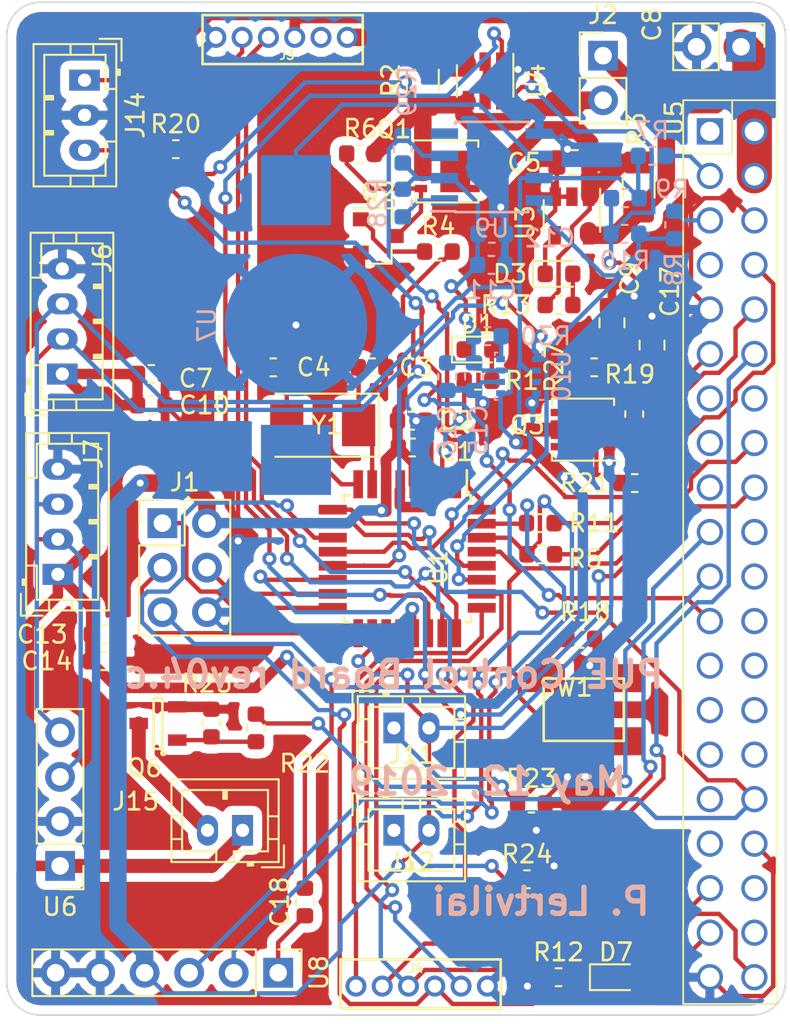
<source format=kicad_pcb>
(kicad_pcb (version 20171130) (host pcbnew "(5.0.2)-1")
  (layers (0 F.Cu signal) (31 B.Cu signal) (34 B.Paste user) (35 F.Paste user) (36 B.SilkS user) (37 F.SilkS user) (38 B.Mask user) (39 F.Mask user) (44 Edge.Cuts user))
  (net 0 "")
  (net 1 GND)
  (net 2 V_BATT)
  (net 3 I_BATT)
  (net 4 3.3V_ARD)
  (net 5 5V_EN)
  (net 6 /powerControl/5V_IN)
  (net 7 "Net-(Q6-Pad1)")
  (net 8 "Net-(J15-Pad2)")
  (net 9 3.3V_out)
  (net 10 "Net-(SW1-Pad2)")
  (net 11 "Net-(SW1-Pad1)")
  (net 12 RST)
  (net 13 "Net-(R18-Pad1)")
  (net 14 SDA)
  (net 15 SCL)
  (net 16 GPIO4)
  (net 17 3.3V_CTL)
  (net 18 GPIO27)
  (net 19 "Net-(U5-Pad8)")
  (net 20 "Net-(U5-Pad9)")
  (net 21 PUSH)
  (net 22 PUSH2)
  (net 23 "Net-(U5-Pad13)")
  (net 24 "Net-(U5-Pad14)")
  (net 25 "Net-(U5-Pad15)")
  (net 26 "Net-(U5-Pad16)")
  (net 27 "Net-(U5-Pad17)")
  (net 28 Vhall)
  (net 29 Flash)
  (net 30 "Net-(D7-Pad2)")
  (net 31 "Net-(U5-Pad22)")
  (net 32 "Net-(U5-Pad23)")
  (net 33 "Net-(U5-Pad26)")
  (net 34 FAN_CTL)
  (net 35 "Net-(U5-Pad28)")
  (net 36 "Net-(U5-Pad29)")
  (net 37 "Net-(U5-Pad30)")
  (net 38 "Net-(U5-Pad31)")
  (net 39 "Net-(U5-Pad34)")
  (net 40 LED_EN)
  (net 41 "Net-(R11-Pad2)")
  (net 42 "Net-(R5-Pad2)")
  (net 43 Vpi)
  (net 44 Torch)
  (net 45 CRYSTAL1)
  (net 46 CRYSTAL2)
  (net 47 "Net-(D7-Pad1)")
  (net 48 PI_CTL)
  (net 49 "Net-(R30-Pad2)")
  (net 50 alarm)
  (net 51 "Net-(R28-Pad2)")
  (net 52 5V)
  (net 53 RXD)
  (net 54 TXD)
  (net 55 "Net-(D3-Pad2)")
  (net 56 "Net-(D1-Pad2)")
  (net 57 "Net-(R1-Pad2)")
  (net 58 "Net-(D3-Pad1)")
  (net 59 "Net-(U9-Pad4)")
  (net 60 I_LED)
  (net 61 I_PI)
  (net 62 "Net-(U1-Pad20)")
  (net 63 "Net-(U10-Pad2)")
  (net 64 MISO)
  (net 65 SCK)
  (net 66 MOSI)
  (net 67 LED_SENSE)
  (net 68 "Net-(U7-Pad2)")
  (net 69 /powerControl/5V_NPTC)
  (net 70 "Net-(U7-Pad3)")
  (net 71 "Net-(U5-Pad1)")
  (net 72 "Net-(U5-Pad27)")
  (net 73 PI_SIG)
  (net 74 "Net-(C18-Pad1)")
  (net 75 /Pi_SDA)
  (net 76 /Pi_SCL)
  (net 77 "Net-(Q1-Pad4)")
  (net 78 "Net-(Q3-Pad4)")
  (net 79 "Net-(Q2-Pad1)")
  (module Resistor_SMD:R_0603_1608Metric (layer B.Cu) (at 38.1 12.7 270)
    (fp_text reference R8 (at 2.54 0 270) (layer B.SilkS) (effects (justify mirror)))
    (fp_text value 10k)
    (pad 2 smd roundrect (at 0.7875 0 270) (size 0.875 0.95) (layers B.Cu B.Paste B.Mask) (net 15 SCL))
    (pad 1 smd roundrect (at -0.7875 0 270) (size 0.875 0.95) (layers B.Cu B.Paste B.Mask) (net 76 /Pi_SCL))
  )
  (module Resistor_SMD:R_0603_1608Metric (layer B.Cu) (at 36.83 8.763 180)
    (fp_text reference R7 (at 0 1.43 180) (layer B.SilkS) (effects (justify mirror)))
    (fp_text value 10k)
    (pad 1 smd roundrect (at -0.7875 0 180) (size 0.875 0.95) (layers B.Cu B.Paste B.Mask) (net 75 /Pi_SDA))
    (pad 2 smd roundrect (at 0.7875 0 180) (size 0.875 0.95) (layers B.Cu B.Paste B.Mask) (net 14 SDA))
  )
  (module Resistor_SMD:R_1206_3216Metric (layer F.Cu) (at 36.068 10.541 90)
    (fp_text reference R3 (at 3.302 -0.127 90) (layer F.SilkS))
    (fp_text value R)
    (pad 1 smd roundrect (at -1.4 0 90) (size 1.25 1.75) (layers F.Cu F.Paste F.Mask) (roundrect_rratio 0.2) (net 43 Vpi))
    (pad 2 smd roundrect (at 1.4 0 90) (size 1.25 1.75) (layers F.Cu F.Paste F.Mask) (roundrect_rratio 0.2) (net 69 /powerControl/5V_NPTC))
  )
  (module Package_SON:Diodes_PowerDI3333-8 (layer F.Cu) (at 25.146 9.652)
    (fp_text reference Q1 (at -3.048 -2.413) (layer F.SilkS))
    (fp_text value PMOS)
    (pad 1 smd rect (at -1.5 -0.975) (size 0.7 0.42) (layers F.Cu F.Paste F.Mask) (net 52 5V))
    (pad 3 smd rect (at -1.5 0.325) (size 0.7 0.42) (layers F.Cu F.Paste F.Mask) (net 52 5V))
    (pad 2 smd rect (at -1.5 -0.325) (size 0.7 0.42) (layers F.Cu F.Paste F.Mask) (net 52 5V))
    (pad 4 smd rect (at -1.5 0.975) (size 0.7 0.42) (layers F.Cu F.Paste F.Mask) (net 77 "Net-(Q1-Pad4)"))
    (pad 5 smd custom (at 0.455 0) (size 1.71 2.37) (layers F.Cu F.Mask) (net 69 /powerControl/5V_NPTC) (options (clearance outline) (anchor rect)) (primitives (gr_poly (pts (xy 0.855 1.185) (xy 1.395 1.185) (xy 1.395 0.765) (xy 0.855 0.765)) (width 0)) (gr_poly (pts (xy 0.855 0.535) (xy 1.395 0.535) (xy 1.395 0.115) (xy 0.855 0.115)) (width 0)) (gr_poly (pts (xy 0.855 -0.115) (xy 1.395 -0.115) (xy 1.395 -0.535) (xy 0.855 -0.535)) (width 0)) (gr_poly (pts (xy 0.855 -0.765) (xy 1.395 -0.765) (xy 1.395 -1.185) (xy 0.855 -1.185)) (width 0))))
  )
  (module Package_SON:Diodes_PowerDI3333-8 (layer F.Cu) (at 32.893 24.384 180)
    (fp_text reference Q3 (at 3.175 0.254 180) (layer F.SilkS))
    (fp_text value PMOS)
    (pad 5 smd custom (at 0.455 0 180) (size 1.71 2.37) (layers F.Cu F.Mask) (net 9 3.3V_out) (options (clearance outline) (anchor rect)) (primitives (gr_poly (pts (xy 0.855 1.185) (xy 1.395 1.185) (xy 1.395 0.765) (xy 0.855 0.765)) (width 0)) (gr_poly (pts (xy 0.855 0.535) (xy 1.395 0.535) (xy 1.395 0.115) (xy 0.855 0.115)) (width 0)) (gr_poly (pts (xy 0.855 -0.115) (xy 1.395 -0.115) (xy 1.395 -0.535) (xy 0.855 -0.535)) (width 0)) (gr_poly (pts (xy 0.855 -0.765) (xy 1.395 -0.765) (xy 1.395 -1.185) (xy 0.855 -1.185)) (width 0))))
    (pad 4 smd rect (at -1.5 0.975 180) (size 0.7 0.42) (layers F.Cu F.Paste F.Mask) (net 78 "Net-(Q3-Pad4)"))
    (pad 2 smd rect (at -1.5 -0.325 180) (size 0.7 0.42) (layers F.Cu F.Paste F.Mask) (net 4 3.3V_ARD))
    (pad 3 smd rect (at -1.5 0.325 180) (size 0.7 0.42) (layers F.Cu F.Paste F.Mask) (net 4 3.3V_ARD))
    (pad 1 smd rect (at -1.5 -0.975 180) (size 0.7 0.42) (layers F.Cu F.Paste F.Mask) (net 4 3.3V_ARD))
  )
  (module Package_TO_SOT_SMD:SOT-23 (layer F.Cu) (at 21.209 13.335)
    (fp_text reference Q2 (at 0 -2.5) (layer F.SilkS))
    (fp_text value Q_NMOS_GSD)
    (pad 1 smd rect (at -1 -0.95) (size 0.9 0.8) (layers F.Cu F.Paste F.Mask) (net 79 "Net-(Q2-Pad1)"))
    (pad 2 smd rect (at -1 0.95) (size 0.9 0.8) (layers F.Cu F.Paste F.Mask) (net 1 GND))
    (pad 3 smd rect (at 1 0) (size 0.9 0.8) (layers F.Cu F.Paste F.Mask) (net 77 "Net-(Q1-Pad4)"))
  )
  (module Resistor_SMD:R_0603_1608Metric (layer F.Cu) (at 20.193 8.636)
    (fp_text reference R6 (at 0 -1.43) (layer F.SilkS))
    (fp_text value 10k)
    (pad 1 smd roundrect (at -0.7875 0) (size 0.875 0.95) (layers F.Cu F.Paste F.Mask) (net 77 "Net-(Q1-Pad4)"))
    (pad 2 smd roundrect (at 0.7875 0) (size 0.875 0.95) (layers F.Cu F.Paste F.Mask) (net 52 5V))
  )
  (module Capacitor_SMD:C_0603_1608Metric (layer F.Cu) (at 17.018 51.3335 90)
    (fp_text reference C18 (at 0 -1.43 90) (layer F.SilkS))
    (fp_text value 0.1uF)
    (pad 1 smd roundrect (at -0.7875 0 90) (size 0.875 0.95) (layers F.Cu F.Paste F.Mask) (net 74 "Net-(C18-Pad1)"))
    (pad 2 smd roundrect (at 0.7875 0 90) (size 0.875 0.95) (layers F.Cu F.Paste F.Mask) (net 12 RST))
  )
  (module Capacitor_SMD:C_0805_2012Metric (layer F.Cu) (at 34.544 18.288 90)
    (fp_text reference C9 (at 2.54 1.016 90) (layer F.SilkS))
    (fp_text value 22uF)
    (pad 2 smd roundrect (at 0.9375 0 90) (size 0.975 1.4) (layers F.Cu F.Paste F.Mask) (net 1 GND))
    (pad 1 smd roundrect (at -0.9375 0 90) (size 0.975 1.4) (layers F.Cu F.Paste F.Mask) (net 4 3.3V_ARD))
  )
  (module Capacitor_SMD:C_0805_2012Metric (layer F.Cu) (at 36.83 19.558 90)
    (fp_text reference C17 (at 3.048 1.016 90) (layer F.SilkS))
    (fp_text value 22uF)
    (pad 1 smd roundrect (at -0.9375 0 90) (size 0.975 1.4) (layers F.Cu F.Paste F.Mask) (net 4 3.3V_ARD))
    (pad 2 smd roundrect (at 0.9375 0 90) (size 0.975 1.4) (layers F.Cu F.Paste F.Mask) (net 1 GND))
  )
  (module Connector_PinHeader_2.54mm:PinHeader_1x02_P2.54mm_Vertical (layer F.Cu) (at 41.91 2.54 270)
    (fp_text reference C8 (at -1.27 5.08 270) (layer F.SilkS))
    (fp_text value 1000uF)
    (pad 1 thru_hole rect (at 0 0 270) (size 1.7 1.7) (drill 1) (layers *.Cu *.Mask) (net 43 Vpi))
    (pad 2 thru_hole oval (at 0 2.54 270) (size 1.7 1.7) (drill 1) (layers *.Cu *.Mask) (net 1 GND))
  )
  (module Connector_PinHeader_2.54mm:PinHeader_1x06_P2.54mm_Vertical (layer F.Cu) (at 15.494 55.372 270)
    (fp_text reference U8 (at 0 -2.33 270) (layer F.SilkS))
    (fp_text value FTDI_Basic)
    (pad 1 thru_hole rect (at 0 0 270) (size 1.7 1.7) (drill 1) (layers *.Cu *.Mask) (net 74 "Net-(C18-Pad1)"))
    (pad 2 thru_hole oval (at 0 2.54 270) (size 1.7 1.7) (drill 1) (layers *.Cu *.Mask) (net 54 TXD))
    (pad 3 thru_hole oval (at 0 5.08 270) (size 1.7 1.7) (drill 1) (layers *.Cu *.Mask) (net 53 RXD))
    (pad 4 thru_hole oval (at 0 7.62 270) (size 1.7 1.7) (drill 1) (layers *.Cu *.Mask) (net 4 3.3V_ARD))
    (pad 5 thru_hole oval (at 0 10.16 270) (size 1.7 1.7) (drill 1) (layers *.Cu *.Mask) (net 1 GND))
    (pad 6 thru_hole oval (at 0 12.7 270) (size 1.7 1.7) (drill 1) (layers *.Cu *.Mask) (net 1 GND))
  )
  (module myLib:RPi_Cobbler (layer F.Cu) (at 40.132 7.366 270)
    (fp_text reference U5 (at -0.762 2.032 270) (layer F.SilkS))
    (fp_text value Pi_Header)
    (pad 1 thru_hole rect (at 0 0 270) (size 1.5 1.5) (drill 1.1) (layers *.Cu *.Mask) (net 71 "Net-(U5-Pad1)"))
    (pad 2 thru_hole oval (at 2.54 0 270) (size 1.5 1.5) (drill 1.1) (layers *.Cu *.Mask) (net 75 /Pi_SDA))
    (pad 3 thru_hole oval (at 5.08 0 270) (size 1.5 1.5) (drill 1.1) (layers *.Cu *.Mask) (net 76 /Pi_SCL))
    (pad 4 thru_hole oval (at 7.62 0 270) (size 1.5 1.5) (drill 1.1) (layers *.Cu *.Mask) (net 16 GPIO4))
    (pad 5 thru_hole oval (at 10.16 0 270) (size 1.5 1.5) (drill 1.1) (layers *.Cu *.Mask) (net 1 GND))
    (pad 6 thru_hole oval (at 12.7 0 270) (size 1.5 1.5) (drill 1.1) (layers *.Cu *.Mask) (net 17 3.3V_CTL))
    (pad 7 thru_hole oval (at 15.24 0 270) (size 1.5 1.5) (drill 1.1) (layers *.Cu *.Mask) (net 18 GPIO27))
    (pad 8 thru_hole oval (at 17.78 0 270) (size 1.5 1.5) (drill 1.1) (layers *.Cu *.Mask) (net 19 "Net-(U5-Pad8)"))
    (pad 9 thru_hole oval (at 20.32 0 270) (size 1.5 1.5) (drill 1.1) (layers *.Cu *.Mask) (net 20 "Net-(U5-Pad9)"))
    (pad 10 thru_hole oval (at 22.86 0 270) (size 1.5 1.5) (drill 1.1) (layers *.Cu *.Mask) (net 21 PUSH))
    (pad 11 thru_hole oval (at 25.4 0 270) (size 1.5 1.5) (drill 1.1) (layers *.Cu *.Mask) (net 22 PUSH2))
    (pad 12 thru_hole oval (at 27.94 0 270) (size 1.5 1.5) (drill 1.1) (layers *.Cu *.Mask) (net 28 Vhall))
    (pad 13 thru_hole oval (at 30.48 0 270) (size 1.5 1.5) (drill 1.1) (layers *.Cu *.Mask) (net 23 "Net-(U5-Pad13)"))
    (pad 14 thru_hole oval (at 33.02 0 270) (size 1.5 1.5) (drill 1.1) (layers *.Cu *.Mask) (net 24 "Net-(U5-Pad14)"))
    (pad 15 thru_hole oval (at 35.56 0 270) (size 1.5 1.5) (drill 1.1) (layers *.Cu *.Mask) (net 25 "Net-(U5-Pad15)"))
    (pad 16 thru_hole oval (at 38.1 0 270) (size 1.5 1.5) (drill 1.1) (layers *.Cu *.Mask) (net 26 "Net-(U5-Pad16)"))
    (pad 17 thru_hole oval (at 40.64 0 270) (size 1.5 1.5) (drill 1.1) (layers *.Cu *.Mask) (net 27 "Net-(U5-Pad17)"))
    (pad 18 thru_hole oval (at 43.18 0 270) (size 1.5 1.5) (drill 1.1) (layers *.Cu *.Mask) (net 44 Torch))
    (pad 19 thru_hole oval (at 45.72 0 270) (size 1.5 1.5) (drill 1.1) (layers *.Cu *.Mask) (net 29 Flash))
    (pad 20 thru_hole oval (at 48.26 0 270) (size 1.5 1.5) (drill 1.1) (layers *.Cu *.Mask) (net 1 GND))
    (pad 21 thru_hole oval (at 48.26 -2.54 270) (size 1.5 1.5) (drill 1.1) (layers *.Cu *.Mask) (net 30 "Net-(D7-Pad2)"))
    (pad 22 thru_hole oval (at 45.72 -2.54 270) (size 1.5 1.5) (drill 1.1) (layers *.Cu *.Mask) (net 31 "Net-(U5-Pad22)"))
    (pad 23 thru_hole oval (at 43.18 -2.54 270) (size 1.5 1.5) (drill 1.1) (layers *.Cu *.Mask) (net 32 "Net-(U5-Pad23)"))
    (pad 24 thru_hole oval (at 40.64 -2.54 270) (size 1.5 1.5) (drill 1.1) (layers *.Cu *.Mask) (net 1 GND))
    (pad 25 thru_hole oval (at 38.1 -2.54 270) (size 1.5 1.5) (drill 1.1) (layers *.Cu *.Mask) (net 34 FAN_CTL))
    (pad 26 thru_hole oval (at 35.56 -2.54 270) (size 1.5 1.5) (drill 1.1) (layers *.Cu *.Mask) (net 33 "Net-(U5-Pad26)"))
    (pad 27 thru_hole oval (at 33.02 -2.54 270) (size 1.5 1.5) (drill 1.1) (layers *.Cu *.Mask) (net 72 "Net-(U5-Pad27)"))
    (pad 28 thru_hole oval (at 30.48 -2.54 270) (size 1.5 1.5) (drill 1.1) (layers *.Cu *.Mask) (net 35 "Net-(U5-Pad28)"))
    (pad 29 thru_hole oval (at 27.94 -2.54 270) (size 1.5 1.5) (drill 1.1) (layers *.Cu *.Mask) (net 36 "Net-(U5-Pad29)"))
    (pad 30 thru_hole oval (at 25.4 -2.54 270) (size 1.5 1.5) (drill 1.1) (layers *.Cu *.Mask) (net 37 "Net-(U5-Pad30)"))
    (pad 31 thru_hole oval (at 22.86 -2.54 270) (size 1.5 1.5) (drill 1.1) (layers *.Cu *.Mask) (net 38 "Net-(U5-Pad31)"))
    (pad 32 thru_hole oval (at 20.32 -2.54 270) (size 1.5 1.5) (drill 1.1) (layers *.Cu *.Mask) (net 73 PI_SIG))
    (pad 33 thru_hole oval (at 17.78 -2.54 270) (size 1.5 1.5) (drill 1.1) (layers *.Cu *.Mask) (net 12 RST))
    (pad 34 thru_hole oval (at 15.24 -2.54 270) (size 1.5 1.5) (drill 1.1) (layers *.Cu *.Mask) (net 39 "Net-(U5-Pad34)"))
    (pad 35 thru_hole oval (at 12.7 -2.54 270) (size 1.5 1.5) (drill 1.1) (layers *.Cu *.Mask) (net 40 LED_EN))
    (pad 36 thru_hole oval (at 10.16 -2.54 270) (size 1.5 1.5) (drill 1.1) (layers *.Cu *.Mask) (net 41 "Net-(R11-Pad2)"))
    (pad 37 thru_hole oval (at 7.62 -2.54 270) (size 1.5 1.5) (drill 1.1) (layers *.Cu *.Mask) (net 42 "Net-(R5-Pad2)"))
    (pad 38 thru_hole oval (at 5.08 -2.54 270) (size 1.5 1.5) (drill 1.1) (layers *.Cu *.Mask) (net 1 GND))
    (pad 39 thru_hole oval (at 2.54 -2.54 270) (size 1.5 1.5) (drill 1.1) (layers *.Cu *.Mask) (net 43 Vpi))
    (pad 40 thru_hole oval (at 0 -2.54 270) (size 1.5 1.5) (drill 1.1) (layers *.Cu *.Mask) (net 43 Vpi))
  )
  (module myLib:BK870_CR1025holder (layer B.Cu) (at 16.51 18.415 90)
    (fp_text reference U7 (at 0 -5.08 90) (layer B.SilkS) (effects (justify mirror)))
    (fp_text value coin_cell)
    (pad 1 smd circle (at 0 0 90) (size 8.13 8.13) (layers B.Cu B.Paste B.Mask) (net 1 GND))
    (pad 2 smd rect (at -7.695 0 90) (size 4 4) (layers B.Cu B.Paste B.Mask) (net 68 "Net-(U7-Pad2)"))
    (pad 3 smd rect (at 7.695 0 90) (size 4 4) (layers B.Cu B.Paste B.Mask) (net 70 "Net-(U7-Pad3)"))
  )
  (module Crystal:Crystal_SMD_Abracon_ABM3-2Pin_5.0x3.2mm (layer F.Cu) (at 18.034 24.13 180)
    (fp_text reference Y1 (at -0.254 0 180) (layer F.SilkS))
    (fp_text value Crystal)
    (pad 1 smd rect (at -2.05 0 180) (size 1.9 2.4) (layers F.Cu F.Paste F.Mask) (net 45 CRYSTAL1))
    (pad 2 smd rect (at 2.05 0 180) (size 1.9 2.4) (layers F.Cu F.Paste F.Mask) (net 46 CRYSTAL2))
  )
  (module Package_TO_SOT_SMD:SOT-23-6 (layer F.Cu) (at 27.305 4.488 270)
    (fp_text reference U4 (at 0 -2.9 270) (layer F.SilkS))
    (fp_text value INA181)
    (pad 1 smd rect (at -1.1 -0.95 270) (size 1.06 0.65) (layers F.Cu F.Paste F.Mask) (net 61 I_PI))
    (pad 2 smd rect (at -1.1 0 270) (size 1.06 0.65) (layers F.Cu F.Paste F.Mask) (net 1 GND))
    (pad 3 smd rect (at -1.1 0.95 270) (size 1.06 0.65) (layers F.Cu F.Paste F.Mask) (net 6 /powerControl/5V_IN))
    (pad 4 smd rect (at 1.1 0.95 270) (size 1.06 0.65) (layers F.Cu F.Paste F.Mask) (net 52 5V))
    (pad 6 smd rect (at 1.1 -0.95 270) (size 1.06 0.65) (layers F.Cu F.Paste F.Mask) (net 4 3.3V_ARD))
    (pad 5 smd rect (at 1.1 0 270) (size 1.06 0.65) (layers F.Cu F.Paste F.Mask) (net 1 GND))
  )
  (module Resistor_SMD:R_1206_3216Metric (layer F.Cu) (at 23.749 4.448 90)
    (fp_text reference R2 (at 0 -1.82 90) (layer F.SilkS))
    (fp_text value 0.01R)
    (pad 1 smd roundrect (at -1.4 0 90) (size 1.25 1.75) (layers F.Cu F.Paste F.Mask) (roundrect_rratio 0.2) (net 52 5V))
    (pad 2 smd roundrect (at 1.4 0 90) (size 1.25 1.75) (layers F.Cu F.Paste F.Mask) (roundrect_rratio 0.2) (net 6 /powerControl/5V_IN))
  )
  (module myLib:conn_1x06_1.5mm (layer F.Cu) (at 27.432 56.134 180)
    (fp_text reference J4 (at 4.064 1.016 180) (layer F.SilkS) (effects (font (size 0.5 0.5) (thickness 0.1))))
    (fp_text value Conn_01x06_Male)
    (pad 1 thru_hole circle (at 0 0 180) (size 1.2 1.2) (drill 0.75) (layers *.Cu *.Mask) (net 1 GND))
    (pad 2 thru_hole circle (at 1.5 0 180) (size 1.2 1.2) (drill 0.75) (layers *.Cu *.Mask) (net 60 I_LED))
    (pad 3 thru_hole circle (at 3 0 180) (size 1.2 1.2) (drill 0.75) (layers *.Cu *.Mask) (net 29 Flash))
    (pad 4 thru_hole circle (at 4.5 0 180) (size 1.2 1.2) (drill 0.75) (layers *.Cu *.Mask) (net 44 Torch))
    (pad 5 thru_hole circle (at 6 0 180) (size 1.2 1.2) (drill 0.75) (layers *.Cu *.Mask) (net 40 LED_EN))
    (pad 6 thru_hole circle (at 7.5 0 180) (size 1.2 1.2) (drill 0.75) (layers *.Cu *.Mask) (net 67 LED_SENSE))
  )
  (module Capacitor_SMD:C_0603_1608Metric (layer F.Cu) (at 23.1395 25.4)
    (fp_text reference C1 (at 2.5145 0.254) (layer F.SilkS))
    (fp_text value 1uF)
    (pad 2 smd roundrect (at 0.7875 0) (size 0.875 0.95) (layers F.Cu F.Paste F.Mask) (net 1 GND))
    (pad 1 smd roundrect (at -0.7875 0) (size 0.875 0.95) (layers F.Cu F.Paste F.Mask) (net 4 3.3V_ARD))
  )
  (module Capacitor_SMD:C_0603_1608Metric (layer B.Cu) (at 26.67 21.3615 270)
    (fp_text reference C15 (at 3.048 -0.254 270) (layer B.SilkS) (effects (justify mirror)))
    (fp_text value 10nF)
    (pad 1 smd roundrect (at -0.7875 0 270) (size 0.875 0.95) (layers B.Cu B.Paste B.Mask) (net 9 3.3V_out))
    (pad 2 smd roundrect (at 0.7875 0 270) (size 0.875 0.95) (layers B.Cu B.Paste B.Mask) (net 1 GND))
  )
  (module Capacitor_SMD:C_0603_1608Metric (layer F.Cu) (at 5.5625 37.592)
    (fp_text reference C14 (at -3.2765 0) (layer F.SilkS))
    (fp_text value 1uF)
    (pad 2 smd roundrect (at 0.7875 0) (size 0.875 0.95) (layers F.Cu F.Paste F.Mask) (net 1 GND))
    (pad 1 smd roundrect (at -0.7875 0) (size 0.875 0.95) (layers F.Cu F.Paste F.Mask) (net 9 3.3V_out))
  )
  (module Capacitor_SMD:C_0603_1608Metric (layer F.Cu) (at 5.6135 36.068)
    (fp_text reference C13 (at -3.5815 0) (layer F.SilkS))
    (fp_text value 10nF)
    (pad 1 smd roundrect (at -0.7875 0) (size 0.875 0.95) (layers F.Cu F.Paste F.Mask) (net 9 3.3V_out))
    (pad 2 smd roundrect (at 0.7875 0) (size 0.875 0.95) (layers F.Cu F.Paste F.Mask) (net 1 GND))
  )
  (module Capacitor_SMD:C_0603_1608Metric (layer B.Cu) (at 27.686 13.208)
    (fp_text reference C12 (at 3.302 0.254) (layer B.SilkS) (effects (justify mirror)))
    (fp_text value 1uF)
    (pad 2 smd roundrect (at 0.7875 0) (size 0.875 0.95) (layers B.Cu B.Paste B.Mask) (net 1 GND))
    (pad 1 smd roundrect (at -0.7875 0) (size 0.875 0.95) (layers B.Cu B.Paste B.Mask) (net 9 3.3V_out))
  )
  (module Capacitor_SMD:C_0603_1608Metric (layer B.Cu) (at 27.6605 14.986)
    (fp_text reference C11 (at 0 1.43) (layer B.SilkS) (effects (justify mirror)))
    (fp_text value 10nF)
    (pad 1 smd roundrect (at -0.7875 0) (size 0.875 0.95) (layers B.Cu B.Paste B.Mask) (net 9 3.3V_out))
    (pad 2 smd roundrect (at 0.7875 0) (size 0.875 0.95) (layers B.Cu B.Paste B.Mask) (net 1 GND))
  )
  (module Capacitor_SMD:C_0603_1608Metric (layer F.Cu) (at 8.255 22.987)
    (fp_text reference C10 (at 3.048 0) (layer F.SilkS))
    (fp_text value 1uF)
    (pad 2 smd roundrect (at 0.7875 0) (size 0.875 0.95) (layers F.Cu F.Paste F.Mask) (net 1 GND))
    (pad 1 smd roundrect (at -0.7875 0) (size 0.875 0.95) (layers F.Cu F.Paste F.Mask) (net 9 3.3V_out))
  )
  (module Capacitor_SMD:C_0603_1608Metric (layer F.Cu) (at 8.255 21.209)
    (fp_text reference C7 (at 2.54 0.254) (layer F.SilkS))
    (fp_text value 10nF)
    (pad 1 smd roundrect (at -0.7875 0) (size 0.875 0.95) (layers F.Cu F.Paste F.Mask) (net 9 3.3V_out))
    (pad 2 smd roundrect (at 0.7875 0) (size 0.875 0.95) (layers F.Cu F.Paste F.Mask) (net 1 GND))
  )
  (module Capacitor_SMD:C_0603_1608Metric (layer F.Cu) (at 15.2145 20.828 180)
    (fp_text reference C4 (at -2.3115 0 180) (layer F.SilkS))
    (fp_text value 22pF)
    (pad 2 smd roundrect (at 0.7875 0 180) (size 0.875 0.95) (layers F.Cu F.Paste F.Mask) (net 1 GND))
    (pad 1 smd roundrect (at -0.7875 0 180) (size 0.875 0.95) (layers F.Cu F.Paste F.Mask) (net 46 CRYSTAL2))
  )
  (module Capacitor_SMD:C_0603_1608Metric (layer F.Cu) (at 20.8535 20.828)
    (fp_text reference C3 (at 2.5145 0) (layer F.SilkS))
    (fp_text value 22pF)
    (pad 1 smd roundrect (at -0.7875 0) (size 0.875 0.95) (layers F.Cu F.Paste F.Mask) (net 45 CRYSTAL1))
    (pad 2 smd roundrect (at 0.7875 0) (size 0.875 0.95) (layers F.Cu F.Paste F.Mask) (net 1 GND))
  )
  (module Capacitor_SMD:C_0603_1608Metric (layer F.Cu) (at 23.0885 23.876)
    (fp_text reference C2 (at 2.5655 0) (layer F.SilkS))
    (fp_text value 0.1uF)
    (pad 2 smd roundrect (at 0.7875 0) (size 0.875 0.95) (layers F.Cu F.Paste F.Mask) (net 1 GND))
    (pad 1 smd roundrect (at -0.7875 0) (size 0.875 0.95) (layers F.Cu F.Paste F.Mask) (net 4 3.3V_ARD))
  )
  (module Capacitor_SMD:C_0603_1608Metric (layer B.Cu) (at 25.146 21.3615 270)
    (fp_text reference C16 (at 3.0735 0 270) (layer B.SilkS) (effects (justify mirror)))
    (fp_text value 1uF)
    (pad 1 smd roundrect (at -0.7875 0 270) (size 0.875 0.95) (layers B.Cu B.Paste B.Mask) (net 9 3.3V_out))
    (pad 2 smd roundrect (at 0.7875 0 270) (size 0.875 0.95) (layers B.Cu B.Paste B.Mask) (net 1 GND))
  )
  (module Capacitor_SMD:C_0805_2012Metric (layer F.Cu) (at 32.3365 9.144 180)
    (fp_text reference C5 (at 2.794 0 180) (layer F.SilkS))
    (fp_text value 10uF)
    (pad 2 smd roundrect (at 0.9375 0 180) (size 0.975 1.4) (layers F.Cu F.Paste F.Mask) (net 1 GND))
    (pad 1 smd roundrect (at -0.9375 0 180) (size 0.975 1.4) (layers F.Cu F.Paste F.Mask) (net 69 /powerControl/5V_NPTC))
  )
  (module Connector_JST:JST_PH_B2B-PH-K_1x02_P2.00mm_Vertical (layer F.Cu) (at 13.462 47.244 180)
    (fp_text reference J15 (at 6.096 1.651 180) (layer F.SilkS))
    (fp_text value Conn_01x02_Male)
    (pad 2 thru_hole oval (at 2 0 180) (size 1.2 1.75) (drill 0.75) (layers *.Cu *.Mask) (net 8 "Net-(J15-Pad2)"))
    (pad 1 thru_hole rect (at 0 0 180) (size 1.2 1.75) (drill 0.75) (layers *.Cu *.Mask) (net 9 3.3V_out))
  )
  (module Connector_JST:JST_PH_B2B-PH-K_1x02_P2.00mm_Vertical (layer F.Cu) (at 22.098 47.244)
    (fp_text reference J12 (at 1.016 1.778) (layer F.SilkS))
    (fp_text value Conn_01x02_Male)
    (pad 1 thru_hole rect (at 0 0) (size 1.2 1.75) (drill 0.75) (layers *.Cu *.Mask) (net 22 PUSH2))
    (pad 2 thru_hole oval (at 2 0) (size 1.2 1.75) (drill 0.75) (layers *.Cu *.Mask) (net 4 3.3V_ARD))
  )
  (module Connector_JST:JST_PH_B2B-PH-K_1x02_P2.00mm_Vertical (layer F.Cu) (at 22.098 41.402)
    (fp_text reference J11 (at 1.016 1.524) (layer F.SilkS))
    (fp_text value Conn_01x02_Male)
    (pad 1 thru_hole rect (at 0 0) (size 1.2 1.75) (drill 0.75) (layers *.Cu *.Mask) (net 21 PUSH))
    (pad 2 thru_hole oval (at 2 0) (size 1.2 1.75) (drill 0.75) (layers *.Cu *.Mask) (net 4 3.3V_ARD))
  )
  (module Connector_JST:JST_PH_B3B-PH-K_1x03_P2.00mm_Vertical (layer F.Cu) (at 4.445 4.445 270)
    (fp_text reference J14 (at 2 -2.9 270) (layer F.SilkS))
    (fp_text value Conn_01x03_Male)
    (pad 3 thru_hole oval (at 4 0 270) (size 1.2 1.75) (drill 0.75) (layers *.Cu *.Mask) (net 28 Vhall))
    (pad 2 thru_hole oval (at 2 0 270) (size 1.2 1.75) (drill 0.75) (layers *.Cu *.Mask) (net 1 GND))
    (pad 1 thru_hole rect (at 0 0 270) (size 1.2 1.75) (drill 0.75) (layers *.Cu *.Mask) (net 52 5V))
  )
  (module Connector_JST:JST_PH_B4B-PH-K_1x04_P2.00mm_Vertical (layer F.Cu) (at 3.175 21.209 90)
    (fp_text reference J6 (at 6.604 2.286 90) (layer F.SilkS))
    (fp_text value Conn_01x04_Male)
    (pad 4 thru_hole oval (at 6 0 90) (size 1.2 1.75) (drill 0.75) (layers *.Cu *.Mask) (net 1 GND))
    (pad 3 thru_hole oval (at 4 0 90) (size 1.2 1.75) (drill 0.75) (layers *.Cu *.Mask) (net 14 SDA))
    (pad 2 thru_hole oval (at 2 0 90) (size 1.2 1.75) (drill 0.75) (layers *.Cu *.Mask) (net 15 SCL))
    (pad 1 thru_hole rect (at 0 0 90) (size 1.2 1.75) (drill 0.75) (layers *.Cu *.Mask) (net 9 3.3V_out))
  )
  (module Connector_JST:JST_PH_B4B-PH-K_1x04_P2.00mm_Vertical (layer F.Cu) (at 2.921 32.639 90)
    (fp_text reference J7 (at 6.858 2.032 90) (layer F.SilkS))
    (fp_text value Conn_01x04_Male)
    (pad 1 thru_hole rect (at 0 0 90) (size 1.2 1.75) (drill 0.75) (layers *.Cu *.Mask) (net 9 3.3V_out))
    (pad 2 thru_hole oval (at 2 0 90) (size 1.2 1.75) (drill 0.75) (layers *.Cu *.Mask) (net 15 SCL))
    (pad 3 thru_hole oval (at 4 0 90) (size 1.2 1.75) (drill 0.75) (layers *.Cu *.Mask) (net 14 SDA))
    (pad 4 thru_hole oval (at 6 0 90) (size 1.2 1.75) (drill 0.75) (layers *.Cu *.Mask) (net 1 GND))
  )
  (module Connector_PinHeader_2.54mm:PinHeader_1x02_P2.54mm_Vertical (layer F.Cu) (at 34.036 3.048)
    (fp_text reference J2 (at 0 -2.33) (layer F.SilkS))
    (fp_text value Conn_01x02_Male)
    (pad 1 thru_hole rect (at 0 0) (size 1.7 1.7) (drill 1) (layers *.Cu *.Mask) (net 43 Vpi))
    (pad 2 thru_hole oval (at 0 2.54) (size 1.7 1.7) (drill 1) (layers *.Cu *.Mask) (net 52 5V))
  )
  (module Connector_PinHeader_2.54mm:PinHeader_1x04_P2.54mm_Vertical (layer F.Cu) (at 3.048 49.276 180)
    (fp_text reference U6 (at 0 -2.33 180) (layer F.SilkS))
    (fp_text value OLED_I2C)
    (pad 1 thru_hole rect (at 0 0 180) (size 1.7 1.7) (drill 1) (layers *.Cu *.Mask) (net 9 3.3V_out))
    (pad 2 thru_hole oval (at 0 2.54 180) (size 1.7 1.7) (drill 1) (layers *.Cu *.Mask) (net 1 GND))
    (pad 3 thru_hole oval (at 0 5.08 180) (size 1.7 1.7) (drill 1) (layers *.Cu *.Mask) (net 15 SCL))
    (pad 4 thru_hole oval (at 0 7.62 180) (size 1.7 1.7) (drill 1) (layers *.Cu *.Mask) (net 14 SDA))
  )
  (module Connector_PinHeader_2.54mm:PinHeader_2x03_P2.54mm_Vertical (layer F.Cu) (at 8.89 29.718)
    (fp_text reference J1 (at 1.27 -2.33) (layer F.SilkS))
    (fp_text value Conn_02x03_Odd_Even)
    (pad 1 thru_hole rect (at 0 0) (size 1.7 1.7) (drill 1) (layers *.Cu *.Mask) (net 64 MISO))
    (pad 2 thru_hole oval (at 2.54 0) (size 1.7 1.7) (drill 1) (layers *.Cu *.Mask) (net 4 3.3V_ARD))
    (pad 3 thru_hole oval (at 0 2.54) (size 1.7 1.7) (drill 1) (layers *.Cu *.Mask) (net 65 SCK))
    (pad 4 thru_hole oval (at 2.54 2.54) (size 1.7 1.7) (drill 1) (layers *.Cu *.Mask) (net 66 MOSI))
    (pad 5 thru_hole oval (at 0 5.08) (size 1.7 1.7) (drill 1) (layers *.Cu *.Mask) (net 12 RST))
    (pad 6 thru_hole oval (at 2.54 5.08) (size 1.7 1.7) (drill 1) (layers *.Cu *.Mask) (net 1 GND))
  )
  (module LED_SMD:LED_0603_1608Metric (layer F.Cu) (at 26.8985 19.812)
    (fp_text reference D1 (at 0 -1.43) (layer F.SilkS))
    (fp_text value LED)
    (pad 1 smd roundrect (at -0.7875 0) (size 0.875 0.95) (layers F.Cu F.Paste F.Mask) (net 1 GND))
    (pad 2 smd roundrect (at 0.7875 0) (size 0.875 0.95) (layers F.Cu F.Paste F.Mask) (net 56 "Net-(D1-Pad2)"))
  )
  (module LED_SMD:LED_0603_1608Metric (layer F.Cu) (at 31.5215 15.494)
    (fp_text reference D3 (at -2.794 0) (layer F.SilkS))
    (fp_text value RED)
    (pad 2 smd roundrect (at 0.7875 0) (size 0.875 0.95) (layers F.Cu F.Paste F.Mask) (net 55 "Net-(D3-Pad2)"))
    (pad 1 smd roundrect (at -0.7875 0) (size 0.875 0.95) (layers F.Cu F.Paste F.Mask) (net 58 "Net-(D3-Pad1)"))
  )
  (module LED_SMD:LED_0603_1608Metric (layer F.Cu) (at 34.7725 55.626)
    (fp_text reference D7 (at 0 -1.43) (layer F.SilkS))
    (fp_text value LED)
    (pad 1 smd roundrect (at -0.7875 0) (size 0.875 0.95) (layers F.Cu F.Paste F.Mask) (net 47 "Net-(D7-Pad1)"))
    (pad 2 smd roundrect (at 0.7875 0) (size 0.875 0.95) (layers F.Cu F.Paste F.Mask) (net 30 "Net-(D7-Pad2)"))
  )
  (module Package_LGA:Bosch_LGA-8_2.5x2.5mm_P0.65mm_ClockwisePinNumbering (layer B.Cu) (at 29.21 21.336 90)
    (fp_text reference U10 (at 0.015 2.465 90) (layer B.SilkS) (effects (justify mirror)))
    (fp_text value BME280)
    (pad 4 smd rect (at 0.975 1.025) (size 0.5 0.35) (layers B.Cu B.Paste B.Mask) (net 15 SCL))
    (pad 3 smd rect (at 0.325 1.025) (size 0.5 0.35) (layers B.Cu B.Paste B.Mask) (net 14 SDA))
    (pad 2 smd rect (at -0.325 1.025) (size 0.5 0.35) (layers B.Cu B.Paste B.Mask) (net 63 "Net-(U10-Pad2)"))
    (pad 1 smd rect (at -0.975 1.025) (size 0.5 0.35) (layers B.Cu B.Paste B.Mask) (net 1 GND))
    (pad 8 smd rect (at -0.975 -1.025) (size 0.5 0.35) (layers B.Cu B.Paste B.Mask) (net 9 3.3V_out))
    (pad 7 smd rect (at -0.325 -1.025) (size 0.5 0.35) (layers B.Cu B.Paste B.Mask) (net 1 GND))
    (pad 6 smd rect (at 0.325 -1.025) (size 0.5 0.35) (layers B.Cu B.Paste B.Mask) (net 9 3.3V_out))
    (pad 5 smd rect (at 0.975 -1.025) (size 0.5 0.35) (layers B.Cu B.Paste B.Mask) (net 49 "Net-(R30-Pad2)"))
  )
  (module Package_QFP:TQFP-32_7x7mm_P0.8mm (layer F.Cu) (at 22.86 31.75 270)
    (fp_text reference U1 (at 0.508 -1.778 270) (layer F.SilkS))
    (fp_text value ATmega328P-AU)
    (pad 1 smd rect (at -4.25 -2.8 270) (size 1.6 0.55) (layers F.Cu F.Paste F.Mask) (net 28 Vhall))
    (pad 2 smd rect (at -4.25 -2 270) (size 1.6 0.55) (layers F.Cu F.Paste F.Mask) (net 57 "Net-(R1-Pad2)"))
    (pad 3 smd rect (at -4.25 -1.2 270) (size 1.6 0.55) (layers F.Cu F.Paste F.Mask) (net 1 GND))
    (pad 4 smd rect (at -4.25 -0.4 270) (size 1.6 0.55) (layers F.Cu F.Paste F.Mask) (net 4 3.3V_ARD))
    (pad 5 smd rect (at -4.25 0.4 270) (size 1.6 0.55) (layers F.Cu F.Paste F.Mask) (net 1 GND))
    (pad 6 smd rect (at -4.25 1.2 270) (size 1.6 0.55) (layers F.Cu F.Paste F.Mask) (net 4 3.3V_ARD))
    (pad 7 smd rect (at -4.25 2 270) (size 1.6 0.55) (layers F.Cu F.Paste F.Mask) (net 45 CRYSTAL1))
    (pad 8 smd rect (at -4.25 2.8 270) (size 1.6 0.55) (layers F.Cu F.Paste F.Mask) (net 46 CRYSTAL2))
    (pad 9 smd rect (at -2.8 4.25) (size 1.6 0.55) (layers F.Cu F.Paste F.Mask) (net 40 LED_EN))
    (pad 10 smd rect (at -2 4.25) (size 1.6 0.55) (layers F.Cu F.Paste F.Mask) (net 34 FAN_CTL))
    (pad 11 smd rect (at -1.2 4.25) (size 1.6 0.55) (layers F.Cu F.Paste F.Mask) (net 29 Flash))
    (pad 12 smd rect (at -0.4 4.25) (size 1.6 0.55) (layers F.Cu F.Paste F.Mask) (net 17 3.3V_CTL))
    (pad 13 smd rect (at 0.4 4.25) (size 1.6 0.55) (layers F.Cu F.Paste F.Mask) (net 48 PI_CTL))
    (pad 14 smd rect (at 1.2 4.25) (size 1.6 0.55) (layers F.Cu F.Paste F.Mask) (net 73 PI_SIG))
    (pad 15 smd rect (at 2 4.25) (size 1.6 0.55) (layers F.Cu F.Paste F.Mask) (net 66 MOSI))
    (pad 16 smd rect (at 2.8 4.25) (size 1.6 0.55) (layers F.Cu F.Paste F.Mask) (net 64 MISO))
    (pad 17 smd rect (at 4.25 2.8 270) (size 1.6 0.55) (layers F.Cu F.Paste F.Mask) (net 65 SCK))
    (pad 18 smd rect (at 4.25 2 270) (size 1.6 0.55) (layers F.Cu F.Paste F.Mask) (net 4 3.3V_ARD))
    (pad 19 smd rect (at 4.25 1.2 270) (size 1.6 0.55) (layers F.Cu F.Paste F.Mask) (net 67 LED_SENSE))
    (pad 20 smd rect (at 4.25 0.4 270) (size 1.6 0.55) (layers F.Cu F.Paste F.Mask) (net 62 "Net-(U1-Pad20)"))
    (pad 21 smd rect (at 4.25 -0.4 270) (size 1.6 0.55) (layers F.Cu F.Paste F.Mask) (net 1 GND))
    (pad 22 smd rect (at 4.25 -1.2 270) (size 1.6 0.55) (layers F.Cu F.Paste F.Mask) (net 61 I_PI))
    (pad 23 smd rect (at 4.25 -2 270) (size 1.6 0.55) (layers F.Cu F.Paste F.Mask) (net 3 I_BATT))
    (pad 24 smd rect (at 4.25 -2.8 270) (size 1.6 0.55) (layers F.Cu F.Paste F.Mask) (net 2 V_BATT))
    (pad 25 smd rect (at 2.8 -4.25) (size 1.6 0.55) (layers F.Cu F.Paste F.Mask) (net 60 I_LED))
    (pad 26 smd rect (at 2 -4.25) (size 1.6 0.55) (layers F.Cu F.Paste F.Mask) (net 44 Torch))
    (pad 27 smd rect (at 1.2 -4.25) (size 1.6 0.55) (layers F.Cu F.Paste F.Mask) (net 14 SDA))
    (pad 28 smd rect (at 0.4 -4.25) (size 1.6 0.55) (layers F.Cu F.Paste F.Mask) (net 15 SCL))
    (pad 29 smd rect (at -0.4 -4.25) (size 1.6 0.55) (layers F.Cu F.Paste F.Mask) (net 12 RST))
    (pad 30 smd rect (at -1.2 -4.25) (size 1.6 0.55) (layers F.Cu F.Paste F.Mask) (net 53 RXD))
    (pad 31 smd rect (at -2 -4.25) (size 1.6 0.55) (layers F.Cu F.Paste F.Mask) (net 54 TXD))
    (pad 32 smd rect (at -2.8 -4.25) (size 1.6 0.55) (layers F.Cu F.Paste F.Mask) (net 50 alarm))
  )
  (module Package_SO:SOIC-8_3.9x4.9mm_P1.27mm (layer B.Cu) (at 27.686 9.398)
    (fp_text reference U9 (at 0 3.5) (layer B.SilkS) (effects (justify mirror)))
    (fp_text value DS3231MZ)
    (pad 1 smd rect (at -2.7 1.905) (size 1.55 0.6) (layers B.Cu B.Paste B.Mask) (net 51 "Net-(R28-Pad2)"))
    (pad 2 smd rect (at -2.7 0.635) (size 1.55 0.6) (layers B.Cu B.Paste B.Mask) (net 9 3.3V_out))
    (pad 3 smd rect (at -2.7 -0.635) (size 1.55 0.6) (layers B.Cu B.Paste B.Mask) (net 50 alarm))
    (pad 4 smd rect (at -2.7 -1.905) (size 1.55 0.6) (layers B.Cu B.Paste B.Mask) (net 59 "Net-(U9-Pad4)"))
    (pad 5 smd rect (at 2.7 -1.905) (size 1.55 0.6) (layers B.Cu B.Paste B.Mask) (net 1 GND))
    (pad 6 smd rect (at 2.7 -0.635) (size 1.55 0.6) (layers B.Cu B.Paste B.Mask) (net 70 "Net-(U7-Pad3)"))
    (pad 7 smd rect (at 2.7 0.635) (size 1.55 0.6) (layers B.Cu B.Paste B.Mask) (net 14 SDA))
    (pad 8 smd rect (at 2.7 1.905) (size 1.55 0.6) (layers B.Cu B.Paste B.Mask) (net 15 SCL))
  )
  (module Package_TO_SOT_SMD:SOT-23-5 (layer F.Cu) (at 32.258 12.192 270)
    (fp_text reference U3 (at 0.381 2.667 270) (layer F.SilkS))
    (fp_text value NCP361)
    (pad 1 smd rect (at -1.1 -0.95 270) (size 1.06 0.65) (layers F.Cu F.Paste F.Mask) (net 69 /powerControl/5V_NPTC))
    (pad 2 smd rect (at -1.1 0 270) (size 1.06 0.65) (layers F.Cu F.Paste F.Mask) (net 1 GND))
    (pad 3 smd rect (at -1.1 0.95 270) (size 1.06 0.65) (layers F.Cu F.Paste F.Mask) (net 1 GND))
    (pad 4 smd rect (at 1.1 0.95 270) (size 1.06 0.65) (layers F.Cu F.Paste F.Mask) (net 58 "Net-(D3-Pad1)"))
    (pad 5 smd rect (at 1.1 -0.95 270) (size 1.06 0.65) (layers F.Cu F.Paste F.Mask) (net 43 Vpi))
  )
  (module Resistor_SMD:R_0603_1608Metric (layer F.Cu) (at 29.6925 50.038)
    (fp_text reference R24 (at 0 -1.43) (layer F.SilkS))
    (fp_text value 10k)
    (pad 2 smd roundrect (at 0.7875 0) (size 0.875 0.95) (layers F.Cu F.Paste F.Mask) (net 1 GND))
    (pad 1 smd roundrect (at -0.7875 0) (size 0.875 0.95) (layers F.Cu F.Paste F.Mask) (net 22 PUSH2))
  )
  (module Resistor_SMD:R_0603_1608Metric (layer F.Cu) (at 32.766 36.322)
    (fp_text reference R18 (at 0.254 -1.524) (layer F.SilkS))
    (fp_text value 10k)
    (pad 1 smd roundrect (at -0.7875 0) (size 0.875 0.95) (layers F.Cu F.Paste F.Mask) (net 13 "Net-(R18-Pad1)"))
    (pad 2 smd roundrect (at 0.7875 0) (size 0.875 0.95) (layers F.Cu F.Paste F.Mask) (net 1 GND))
  )
  (module Resistor_SMD:R_0603_1608Metric (layer F.Cu) (at 35.814 23.495 270)
    (fp_text reference R19 (at -2.2605 0.254) (layer F.SilkS))
    (fp_text value 10k)
    (pad 2 smd roundrect (at 0.7875 0 270) (size 0.875 0.95) (layers F.Cu F.Paste F.Mask) (net 4 3.3V_ARD))
    (pad 1 smd roundrect (at -0.7875 0 270) (size 0.875 0.95) (layers F.Cu F.Paste F.Mask) (net 78 "Net-(Q3-Pad4)"))
  )
  (module Resistor_SMD:R_0603_1608Metric (layer F.Cu) (at 9.652 8.382)
    (fp_text reference R20 (at 0 -1.43) (layer F.SilkS))
    (fp_text value 10k)
    (pad 1 smd roundrect (at -0.7875 0) (size 0.875 0.95) (layers F.Cu F.Paste F.Mask) (net 28 Vhall))
    (pad 2 smd roundrect (at 0.7875 0) (size 0.875 0.95) (layers F.Cu F.Paste F.Mask) (net 4 3.3V_ARD))
  )
  (module Resistor_SMD:R_0603_1608Metric (layer F.Cu) (at 35.8395 27.432 180)
    (fp_text reference R21 (at 2.8195 0 180) (layer F.SilkS))
    (fp_text value 500R)
    (pad 2 smd roundrect (at 0.7875 0 180) (size 0.875 0.95) (layers F.Cu F.Paste F.Mask) (net 78 "Net-(Q3-Pad4)"))
    (pad 1 smd roundrect (at -0.7875 0 180) (size 0.875 0.95) (layers F.Cu F.Paste F.Mask) (net 17 3.3V_CTL))
  )
  (module Resistor_SMD:R_0603_1608Metric (layer F.Cu) (at 14.224 41.402 90)
    (fp_text reference R22 (at -2.032 2.794 180) (layer F.SilkS))
    (fp_text value 500R)
    (pad 1 smd roundrect (at -0.7875 0 90) (size 0.875 0.95) (layers F.Cu F.Paste F.Mask) (net 7 "Net-(Q6-Pad1)"))
    (pad 2 smd roundrect (at 0.7875 0 90) (size 0.875 0.95) (layers F.Cu F.Paste F.Mask) (net 34 FAN_CTL))
  )
  (module Resistor_SMD:R_0603_1608Metric (layer F.Cu) (at 11.684 41.1225 270)
    (fp_text reference R25 (at -2.2605 0.254) (layer F.SilkS))
    (fp_text value 10k)
    (pad 2 smd roundrect (at 0.7875 0 270) (size 0.875 0.95) (layers F.Cu F.Paste F.Mask) (net 7 "Net-(Q6-Pad1)"))
    (pad 1 smd roundrect (at -0.7875 0 270) (size 0.875 0.95) (layers F.Cu F.Paste F.Mask) (net 1 GND))
  )
  (module Resistor_SMD:R_0603_1608Metric (layer F.Cu) (at 26.8985 21.59 180)
    (fp_text reference R1 (at -2.5145 0 180) (layer F.SilkS))
    (fp_text value 400R)
    (pad 1 smd roundrect (at -0.7875 0 180) (size 0.875 0.95) (layers F.Cu F.Paste F.Mask) (net 56 "Net-(D1-Pad2)"))
    (pad 2 smd roundrect (at 0.7875 0 180) (size 0.875 0.95) (layers F.Cu F.Paste F.Mask) (net 57 "Net-(R1-Pad2)"))
  )
  (module Resistor_SMD:R_0603_1608Metric (layer F.Cu) (at 31.5215 17.272)
    (fp_text reference R13 (at -3.0225 0) (layer F.SilkS))
    (fp_text value 10k)
    (pad 2 smd roundrect (at 0.7875 0) (size 0.875 0.95) (layers F.Cu F.Paste F.Mask) (net 55 "Net-(D3-Pad2)"))
    (pad 1 smd roundrect (at -0.7875 0) (size 0.875 0.95) (layers F.Cu F.Paste F.Mask) (net 69 /powerControl/5V_NPTC))
  )
  (module Resistor_SMD:R_0603_1608Metric (layer B.Cu) (at 35.306 11.176)
    (fp_text reference R9 (at 2.667 -0.508) (layer B.SilkS) (effects (justify mirror)))
    (fp_text value 10k)
    (pad 2 smd roundrect (at 0.7875 0) (size 0.875 0.95) (layers B.Cu B.Paste B.Mask) (net 14 SDA))
    (pad 1 smd roundrect (at -0.7875 0) (size 0.875 0.95) (layers B.Cu B.Paste B.Mask) (net 4 3.3V_ARD))
  )
  (module Resistor_SMD:R_0603_1608Metric (layer B.Cu) (at 35.2805 13.208)
    (fp_text reference R10 (at 0 1.524) (layer B.SilkS) (effects (justify mirror)))
    (fp_text value 10k)
    (pad 1 smd roundrect (at -0.7875 0) (size 0.875 0.95) (layers B.Cu B.Paste B.Mask) (net 4 3.3V_ARD))
    (pad 2 smd roundrect (at 0.7875 0) (size 0.875 0.95) (layers B.Cu B.Paste B.Mask) (net 15 SCL))
  )
  (module Resistor_SMD:R_0603_1608Metric (layer F.Cu) (at 30.4545 29.718)
    (fp_text reference R11 (at 3.0735 0) (layer F.SilkS))
    (fp_text value 400R)
    (pad 2 smd roundrect (at 0.7875 0) (size 0.875 0.95) (layers F.Cu F.Paste F.Mask) (net 41 "Net-(R11-Pad2)"))
    (pad 1 smd roundrect (at -0.7875 0) (size 0.875 0.95) (layers F.Cu F.Paste F.Mask) (net 54 TXD))
  )
  (module Resistor_SMD:R_0603_1608Metric (layer F.Cu) (at 33.528 20.828)
    (fp_text reference R27 (at -2.286 0 90) (layer F.SilkS))
    (fp_text value jumper)
    (pad 1 smd roundrect (at -0.7875 0) (size 0.875 0.95) (layers F.Cu F.Paste F.Mask) (net 9 3.3V_out))
    (pad 2 smd roundrect (at 0.7875 0) (size 0.875 0.95) (layers F.Cu F.Paste F.Mask) (net 4 3.3V_ARD))
  )
  (module Resistor_SMD:R_0603_1608Metric (layer F.Cu) (at 30.48 31.496)
    (fp_text reference R5 (at 2.54 0.254) (layer F.SilkS))
    (fp_text value 400R)
    (pad 1 smd roundrect (at -0.7875 0) (size 0.875 0.95) (layers F.Cu F.Paste F.Mask) (net 53 RXD))
    (pad 2 smd roundrect (at 0.7875 0) (size 0.875 0.95) (layers F.Cu F.Paste F.Mask) (net 42 "Net-(R5-Pad2)"))
  )
  (module Resistor_SMD:R_0603_1608Metric (layer F.Cu) (at 24.638 14.224)
    (fp_text reference R4 (at 0 -1.43) (layer F.SilkS))
    (fp_text value 400R)
    (pad 2 smd roundrect (at 0.7875 0) (size 0.875 0.95) (layers F.Cu F.Paste F.Mask) (net 48 PI_CTL))
    (pad 1 smd roundrect (at -0.7875 0) (size 0.875 0.95) (layers F.Cu F.Paste F.Mask) (net 79 "Net-(Q2-Pad1)"))
  )
  (module Resistor_SMD:R_0603_1608Metric (layer B.Cu) (at 22.606 11.4555 270)
    (fp_text reference R28 (at 0 1.43 270) (layer B.SilkS) (effects (justify mirror)))
    (fp_text value 10k)
    (pad 1 smd roundrect (at -0.7875 0 270) (size 0.875 0.95) (layers B.Cu B.Paste B.Mask) (net 9 3.3V_out))
    (pad 2 smd roundrect (at 0.7875 0 270) (size 0.875 0.95) (layers B.Cu B.Paste B.Mask) (net 51 "Net-(R28-Pad2)"))
  )
  (module Resistor_SMD:R_0603_1608Metric (layer B.Cu) (at 22.606 8.382 90)
    (fp_text reference R29 (at 3.302 0.254 90) (layer B.SilkS) (effects (justify mirror)))
    (fp_text value 10k)
    (pad 2 smd roundrect (at 0.7875 0 90) (size 0.875 0.95) (layers B.Cu B.Paste B.Mask) (net 50 alarm))
    (pad 1 smd roundrect (at -0.7875 0 90) (size 0.875 0.95) (layers B.Cu B.Paste B.Mask) (net 9 3.3V_out))
  )
  (module Resistor_SMD:R_0603_1608Metric (layer B.Cu) (at 27.432 19.05)
    (fp_text reference R30 (at 3.3275 0) (layer B.SilkS) (effects (justify mirror)))
    (fp_text value 10k)
    (pad 1 smd roundrect (at -0.7875 0) (size 0.875 0.95) (layers B.Cu B.Paste B.Mask) (net 9 3.3V_out))
    (pad 2 smd roundrect (at 0.7875 0) (size 0.875 0.95) (layers B.Cu B.Paste B.Mask) (net 49 "Net-(R30-Pad2)"))
  )
  (module Resistor_SMD:R_0603_1608Metric (layer F.Cu) (at 29.9465 45.72)
    (fp_text reference R23 (at 0 -1.43) (layer F.SilkS))
    (fp_text value 10k)
    (pad 1 smd roundrect (at -0.7875 0) (size 0.875 0.95) (layers F.Cu F.Paste F.Mask) (net 21 PUSH))
    (pad 2 smd roundrect (at 0.7875 0) (size 0.875 0.95) (layers F.Cu F.Paste F.Mask) (net 1 GND))
  )
  (module Resistor_SMD:R_0603_1608Metric (layer F.Cu) (at 31.496 55.626)
    (fp_text reference R12 (at 0 -1.43) (layer F.SilkS))
    (fp_text value 400R)
    (pad 1 smd roundrect (at -0.7875 0) (size 0.875 0.95) (layers F.Cu F.Paste F.Mask) (net 1 GND))
    (pad 2 smd roundrect (at 0.7875 0) (size 0.875 0.95) (layers F.Cu F.Paste F.Mask) (net 47 "Net-(D7-Pad1)"))
  )
  (module myLib:SMD_pushbutton (layer F.Cu) (at 32.934 40.364 180)
    (fp_text reference SW1 (at 1.016 1.27 180) (layer F.SilkS))
    (fp_text value SW_DPST)
    (pad 2 smd rect (at -2.2 1.8 180) (size 2.25 1.6) (layers F.Cu F.Paste F.Mask) (net 10 "Net-(SW1-Pad2)"))
    (pad 1 smd rect (at -2.2 -1.8 180) (size 2.25 1.6) (layers F.Cu F.Paste F.Mask) (net 11 "Net-(SW1-Pad1)"))
    (pad 4 smd rect (at 2.2 -1.8 180) (size 2.25 1.6) (layers F.Cu F.Paste F.Mask) (net 12 RST))
    (pad 3 smd rect (at 2.2 1.8 180) (size 2.25 1.6) (layers F.Cu F.Paste F.Mask) (net 13 "Net-(R18-Pad1)"))
  )
  (module myLib:SOT-23-3 (layer F.Cu) (at 8.636 41.148 180)
    (fp_text reference Q6 (at 0.762 -2.54 180) (layer F.SilkS))
    (fp_text value Q_NMOS_GSD)
    (pad 1 smd rect (at -1.1 -0.95 180) (size 1.06 0.65) (layers F.Cu F.Paste F.Mask) (net 7 "Net-(Q6-Pad1)"))
    (pad 2 smd rect (at -1.1 0.95 180) (size 1.06 0.65) (layers F.Cu F.Paste F.Mask) (net 1 GND))
    (pad 3 smd rect (at 1.1 0 180) (size 1.06 0.65) (layers F.Cu F.Paste F.Mask) (net 8 "Net-(J15-Pad2)"))
  )
  (module myLib:conn_1x06_1.5mm (layer F.Cu) (at 11.938 2)
    (fp_text reference J3 (at 4.064 1.016) (layer F.SilkS) (effects (font (size 0.5 0.5) (thickness 0.1))))
    (fp_text value Conn_01x06_Male)
    (pad 1 thru_hole circle (at 0 0) (size 1.2 1.2) (drill 0.75) (layers *.Cu *.Mask) (net 1 GND))
    (pad 2 thru_hole circle (at 1.5 0) (size 1.2 1.2) (drill 0.75) (layers *.Cu *.Mask) (net 2 V_BATT))
    (pad 3 thru_hole circle (at 3 0) (size 1.2 1.2) (drill 0.75) (layers *.Cu *.Mask) (net 3 I_BATT))
    (pad 4 thru_hole circle (at 4.5 0) (size 1.2 1.2) (drill 0.75) (layers *.Cu *.Mask) (net 4 3.3V_ARD))
    (pad 5 thru_hole circle (at 6 0) (size 1.2 1.2) (drill 0.75) (layers *.Cu *.Mask) (net 5 5V_EN))
    (pad 6 thru_hole circle (at 7.5 0) (size 1.2 1.2) (drill 0.75) (layers *.Cu *.Mask) (net 6 /powerControl/5V_IN))
  )
  (gr_arc (start 42.545 1.905) (end 44.45 1.905) (angle -90) (layer Edge.Cuts) (width 0.1))
  (gr_text "P. Lertvilai" (at 30.48 51.308) (layer B.SilkS) (effects (font (size 1.5 1.5) (thickness 0.3)) (justify mirror)))
  (gr_text "May 12, 2019" (at 27.432 44.45) (layer B.SilkS) (effects (font (size 1.5 1.5) (thickness 0.3)) (justify mirror)))
  (gr_text "PUE Control Board rev04.c" (at 22.098 38.354) (layer B.SilkS) (effects (font (size 1.5 1.5) (thickness 0.3)) (justify mirror)))
  (gr_line (start 0 55.88) (end 0 1.905) (layer Edge.Cuts) (width 0.1))
  (gr_line (start 42.545 57.785) (end 1.905 57.785) (layer Edge.Cuts) (width 0.1))
  (gr_arc (start 1.905 55.88) (end 0 55.88) (angle -90) (layer Edge.Cuts) (width 0.1))
  (gr_line (start 44.45 1.905) (end 44.45 55.88) (layer Edge.Cuts) (width 0.1))
  (gr_arc (start 42.545 55.88) (end 42.545 57.785) (angle -90) (layer Edge.Cuts) (width 0.1))
  (gr_line (start 1.905 0) (end 42.545 0) (layer Edge.Cuts) (width 0.1))
  (gr_arc (start 1.905 1.905) (end 1.905 0) (angle -90) (layer Edge.Cuts) (width 0.1))
  (segment (start 24.060008 27.168624) (end 24.060008 27.5) (width 0.6) (layer F.Cu) (net 1))
  (segment (start 24.060008 25.533008) (end 24.060008 27.168624) (width 0.6) (layer F.Cu) (net 1))
  (segment (start 23.927 25.4) (end 24.060008 25.533008) (width 0.6) (layer F.Cu) (net 1))
  (segment (start 22.535001 28.800001) (end 22.435001 28.700001) (width 0.6) (layer F.Cu) (net 1))
  (segment (start 23.935001 28.800001) (end 22.535001 28.800001) (width 0.6) (layer F.Cu) (net 1))
  (segment (start 24.06 27.5) (end 24.06 28.675002) (width 0.6) (layer F.Cu) (net 1))
  (segment (start 24.06 28.675002) (end 23.935001 28.800001) (width 0.6) (layer F.Cu) (net 1))
  (segment (start 22.435001 27.856383) (end 22.46 27.831384) (width 0.6) (layer F.Cu) (net 1))
  (segment (start 22.435001 28.700001) (end 22.435001 27.856383) (width 0.6) (layer F.Cu) (net 1))
  (segment (start 11.547 40.198) (end 11.684 40.335) (width 0.6) (layer F.Cu) (net 1))
  (segment (start 9.736 40.198) (end 11.547 40.198) (width 0.6) (layer F.Cu) (net 1))
  (via (at 29.718 56.134) (size 0.8) (drill 0.4) (layers F.Cu B.Cu) (net 1))
  (segment (start 30.226 55.626) (end 29.718 56.134) (width 0.25) (layer F.Cu) (net 1))
  (segment (start 30.7085 55.626) (end 30.226 55.626) (width 0.25) (layer F.Cu) (net 1))
  (via (at 32.004 8.382) (size 0.8) (drill 0.4) (layers F.Cu B.Cu) (net 1))
  (segment (start 31.399 11.001) (end 31.308 11.092) (width 0.25) (layer F.Cu) (net 1))
  (segment (start 31.399 9.144) (end 31.399 11.001) (width 0.25) (layer F.Cu) (net 1))
  (segment (start 27.305 5.588) (end 27.305 3.388) (width 0.25) (layer F.Cu) (net 1))
  (via (at 29.180002 3.832008) (size 0.8) (drill 0.4) (layers F.Cu B.Cu) (net 1))
  (segment (start 28.279011 4.732999) (end 29.180002 3.832008) (width 0.25) (layer F.Cu) (net 1))
  (segment (start 27.380001 4.732999) (end 28.279011 4.732999) (width 0.25) (layer F.Cu) (net 1))
  (segment (start 27.305 5.588) (end 27.305 4.808) (width 0.25) (layer F.Cu) (net 1))
  (segment (start 27.305 4.808) (end 27.380001 4.732999) (width 0.25) (layer F.Cu) (net 1))
  (segment (start 41.922001 11.696001) (end 42.672 12.446) (width 0.25) (layer F.Cu) (net 1))
  (segment (start 41.207001 10.981001) (end 41.922001 11.696001) (width 0.25) (layer F.Cu) (net 1))
  (segment (start 42.672 12.446) (end 41.402 11.176) (width 0.25) (layer F.Cu) (net 1))
  (segment (start 39.382001 16.776001) (end 40.132 17.526) (width 0.25) (layer F.Cu) (net 1))
  (segment (start 39.056999 16.450999) (end 39.382001 16.776001) (width 0.25) (layer F.Cu) (net 1))
  (segment (start 39.056999 11.929999) (end 39.056999 16.450999) (width 0.25) (layer F.Cu) (net 1))
  (segment (start 39.810998 11.176) (end 39.056999 11.929999) (width 0.25) (layer F.Cu) (net 1))
  (segment (start 41.402 11.176) (end 39.810998 11.176) (width 0.25) (layer F.Cu) (net 1))
  (via (at 31.242 49.276) (size 0.8) (drill 0.4) (layers F.Cu B.Cu) (net 1))
  (segment (start 30.48 50.038) (end 31.242 49.276) (width 0.25) (layer F.Cu) (net 1))
  (via (at 30.226 47.244) (size 0.8) (drill 0.4) (layers F.Cu B.Cu) (net 1))
  (segment (start 30.734 45.72) (end 30.734 46.736) (width 0.25) (layer F.Cu) (net 1))
  (segment (start 30.734 46.736) (end 30.226 47.244) (width 0.25) (layer F.Cu) (net 1))
  (via (at 33.274 37.846) (size 0.8) (drill 0.4) (layers F.Cu B.Cu) (net 1))
  (segment (start 23.927 25.4) (end 23.927 23.927) (width 0.6) (layer F.Cu) (net 1))
  (segment (start 23.927 23.927) (end 23.876 23.876) (width 0.6) (layer F.Cu) (net 1))
  (segment (start 11.684 40.335) (end 11.989 40.335) (width 0.25) (layer F.Cu) (net 1))
  (via (at 23.368 23.876) (size 0.8) (drill 0.4) (layers F.Cu B.Cu) (net 1))
  (segment (start 23.876 23.876) (end 23.368 23.876) (width 0.25) (layer F.Cu) (net 1))
  (segment (start 24.571 22.149) (end 25.146 22.149) (width 0.25) (layer B.Cu) (net 1))
  (segment (start 23.710287 21.755713) (end 24.177713 21.755713) (width 0.25) (layer B.Cu) (net 1))
  (segment (start 22.86 22.606) (end 23.710287 21.755713) (width 0.25) (layer B.Cu) (net 1))
  (segment (start 22.86 23.114) (end 22.86 22.606) (width 0.25) (layer B.Cu) (net 1))
  (segment (start 22.968001 23.476001) (end 22.968001 23.222001) (width 0.25) (layer B.Cu) (net 1))
  (segment (start 23.368 23.876) (end 22.968001 23.476001) (width 0.25) (layer B.Cu) (net 1))
  (segment (start 24.177713 21.755713) (end 24.571 22.149) (width 0.25) (layer B.Cu) (net 1))
  (segment (start 22.968001 23.222001) (end 22.86 23.114) (width 0.25) (layer B.Cu) (net 1))
  (segment (start 27.158 21.661) (end 28.185 21.661) (width 0.25) (layer B.Cu) (net 1))
  (segment (start 26.67 22.149) (end 27.158 21.661) (width 0.25) (layer B.Cu) (net 1))
  (via (at 27.178 22.86) (size 0.8) (drill 0.4) (layers F.Cu B.Cu) (net 1))
  (segment (start 26.67 22.149) (end 26.67 22.352) (width 0.25) (layer B.Cu) (net 1))
  (segment (start 26.67 22.352) (end 27.178 22.86) (width 0.25) (layer B.Cu) (net 1))
  (segment (start 26.572612 20.273612) (end 26.111 19.812) (width 0.25) (layer F.Cu) (net 1))
  (segment (start 26.92349 20.62449) (end 26.572612 20.273612) (width 0.25) (layer F.Cu) (net 1))
  (segment (start 26.92349 22.60549) (end 26.92349 20.62449) (width 0.25) (layer F.Cu) (net 1))
  (segment (start 27.178 22.86) (end 26.92349 22.60549) (width 0.25) (layer F.Cu) (net 1))
  (segment (start 26.572612 19.350388) (end 26.877612 19.350388) (width 0.25) (layer F.Cu) (net 1))
  (segment (start 26.111 19.812) (end 26.572612 19.350388) (width 0.25) (layer F.Cu) (net 1))
  (segment (start 26.877612 19.350388) (end 26.924 19.304) (width 0.25) (layer F.Cu) (net 1))
  (segment (start 31.308 11.872) (end 31.308 11.092) (width 0.25) (layer F.Cu) (net 1))
  (segment (start 26.924 16.256) (end 31.308 11.872) (width 0.25) (layer F.Cu) (net 1))
  (segment (start 26.924 19.304) (end 26.924 16.256) (width 0.25) (layer F.Cu) (net 1))
  (via (at 29.972 22.86) (size 0.8) (drill 0.4) (layers F.Cu B.Cu) (net 1))
  (segment (start 30.235 22.597) (end 29.972 22.86) (width 0.25) (layer B.Cu) (net 1))
  (segment (start 30.235 22.311) (end 30.235 22.597) (width 0.25) (layer B.Cu) (net 1))
  (segment (start 29.972 22.86) (end 27.178 22.86) (width 0.25) (layer F.Cu) (net 1))
  (via (at 16.51 18.415) (size 0.8) (drill 0.4) (layers F.Cu B.Cu) (net 1))
  (segment (start 14.427 20.828) (end 16.51 18.745) (width 0.25) (layer F.Cu) (net 1))
  (segment (start 16.51 18.745) (end 16.51 18.415) (width 0.25) (layer F.Cu) (net 1))
  (segment (start 32.258 11.092) (end 31.308 11.092) (width 0.25) (layer F.Cu) (net 1))
  (via (at 28.194 11.684) (size 0.8) (drill 0.4) (layers F.Cu B.Cu) (net 1))
  (segment (start 28.786 11.092) (end 28.194 11.684) (width 0.25) (layer F.Cu) (net 1))
  (segment (start 31.308 11.092) (end 28.786 11.092) (width 0.25) (layer F.Cu) (net 1))
  (segment (start 40.881999 56.375999) (end 40.132 55.626) (width 0.25) (layer F.Cu) (net 1))
  (segment (start 41.207001 56.701001) (end 40.881999 56.375999) (width 0.25) (layer F.Cu) (net 1))
  (segment (start 43.188001 56.701001) (end 41.207001 56.701001) (width 0.25) (layer F.Cu) (net 1))
  (segment (start 43.747001 56.142001) (end 43.188001 56.701001) (width 0.25) (layer F.Cu) (net 1))
  (segment (start 43.747001 49.081001) (end 43.747001 56.142001) (width 0.25) (layer F.Cu) (net 1))
  (segment (start 42.672 48.006) (end 43.747001 49.081001) (width 0.25) (layer F.Cu) (net 1))
  (segment (start 11.43 34.798) (end 12.279999 35.647999) (width 0.25) (layer B.Cu) (net 1))
  (segment (start 22.107648 35.647999) (end 22.750991 35.004656) (width 0.25) (layer B.Cu) (net 1))
  (segment (start 12.279999 35.647999) (end 22.107648 35.647999) (width 0.25) (layer B.Cu) (net 1))
  (segment (start 23.26 36) (end 23.26 34.713667) (width 0.25) (layer F.Cu) (net 1))
  (segment (start 22.750991 35.004656) (end 23.15099 34.604657) (width 0.25) (layer B.Cu) (net 1))
  (via (at 23.15099 34.604657) (size 0.8) (drill 0.4) (layers F.Cu B.Cu) (net 1))
  (segment (start 23.26 34.713667) (end 23.15099 34.604657) (width 0.25) (layer F.Cu) (net 1))
  (via (at 35.814 16.764) (size 0.8) (drill 0.4) (layers F.Cu B.Cu) (net 1))
  (segment (start 34.544 17.3505) (end 35.2275 17.3505) (width 0.25) (layer F.Cu) (net 1))
  (segment (start 35.2275 17.3505) (end 35.814 16.764) (width 0.25) (layer F.Cu) (net 1))
  (segment (start 29.972 21.9225) (end 29.972 22.86) (width 0.25) (layer F.Cu) (net 1))
  (segment (start 34.544 17.3505) (end 29.972 21.9225) (width 0.25) (layer F.Cu) (net 1))
  (via (at 13.208 30.734) (size 0.8) (drill 0.4) (layers F.Cu B.Cu) (net 1))
  (segment (start 11.43 34.798) (end 13.208 33.02) (width 0.25) (layer B.Cu) (net 1))
  (segment (start 13.208 33.02) (end 13.208 30.734) (width 0.25) (layer B.Cu) (net 1))
  (segment (start 13.208 27.1525) (end 9.0425 22.987) (width 0.25) (layer F.Cu) (net 1))
  (segment (start 13.208 30.734) (end 13.208 27.1525) (width 0.25) (layer F.Cu) (net 1))
  (segment (start 33.5535 37.5665) (end 33.274 37.846) (width 0.25) (layer F.Cu) (net 1))
  (segment (start 33.5535 36.322) (end 33.5535 37.5665) (width 0.25) (layer F.Cu) (net 1))
  (segment (start 33.274 37.846) (end 34.798 36.322) (width 0.25) (layer B.Cu) (net 1))
  (segment (start 36.068 21.59) (end 40.132 17.526) (width 1) (layer B.Cu) (net 1))
  (segment (start 33.274 37.846) (end 36.068 35.052) (width 1) (layer B.Cu) (net 1))
  (segment (start 36.068 35.052) (end 36.068 21.59) (width 1) (layer B.Cu) (net 1))
  (via (at 33.02 44.196) (size 0.8) (drill 0.4) (layers F.Cu B.Cu) (net 1))
  (segment (start 30.734 45.72) (end 31.496 45.72) (width 0.25) (layer F.Cu) (net 1))
  (segment (start 31.496 45.72) (end 33.02 44.196) (width 0.25) (layer F.Cu) (net 1))
  (via (at 32.004 44.196) (size 0.8) (drill 0.4) (layers F.Cu B.Cu) (net 1))
  (segment (start 30.734 45.72) (end 30.734 45.466) (width 0.25) (layer F.Cu) (net 1))
  (segment (start 30.734 45.466) (end 32.004 44.196) (width 0.25) (layer F.Cu) (net 1))
  (segment (start 35.56 17.3505) (end 36.83 18.6205) (width 0.25) (layer F.Cu) (net 1))
  (segment (start 34.544 17.3505) (end 35.56 17.3505) (width 0.25) (layer F.Cu) (net 1))
  (via (at 36.83 17.907) (size 0.8) (drill 0.4) (layers F.Cu B.Cu) (net 1))
  (segment (start 36.83 18.6205) (end 36.83 17.907) (width 0.25) (layer F.Cu) (net 1))
  (segment (start 31.115 7.493) (end 32.004 8.382) (width 0.25) (layer B.Cu) (net 1))
  (segment (start 30.386 7.493) (end 31.115 7.493) (width 0.25) (layer B.Cu) (net 1))
  (segment (start 31.399 8.987) (end 32.004 8.382) (width 0.25) (layer F.Cu) (net 1))
  (segment (start 31.399 9.144) (end 31.399 8.987) (width 0.25) (layer F.Cu) (net 1))
  (via (at 15.99783 31.75) (size 0.8) (drill 0.4) (layers F.Cu B.Cu) (net 2))
  (via (at 23.898404 32.593813) (size 0.8) (drill 0.4) (layers F.Cu B.Cu) (net 2))
  (segment (start 25.66 36) (end 25.66 34.355409) (width 0.25) (layer F.Cu) (net 2))
  (segment (start 25.66 34.355409) (end 24.298403 32.993812) (width 0.25) (layer F.Cu) (net 2))
  (segment (start 24.298403 32.993812) (end 23.898404 32.593813) (width 0.25) (layer F.Cu) (net 2))
  (segment (start 15.99783 31.75) (end 17.334865 33.087035) (width 0.25) (layer B.Cu) (net 2))
  (segment (start 22.927599 33.331991) (end 23.181599 33.077991) (width 0.25) (layer B.Cu) (net 2))
  (segment (start 23.414226 33.077991) (end 23.498405 32.993812) (width 0.25) (layer B.Cu) (net 2))
  (segment (start 17.334865 33.087035) (end 21.920643 33.087035) (width 0.25) (layer B.Cu) (net 2))
  (segment (start 23.498405 32.993812) (end 23.898404 32.593813) (width 0.25) (layer B.Cu) (net 2))
  (segment (start 23.181599 33.077991) (end 23.414226 33.077991) (width 0.25) (layer B.Cu) (net 2))
  (segment (start 22.165599 33.331991) (end 22.927599 33.331991) (width 0.25) (layer B.Cu) (net 2))
  (segment (start 21.920643 33.087035) (end 22.165599 33.331991) (width 0.25) (layer B.Cu) (net 2))
  (segment (start 15.99783 30.473009) (end 15.99783 31.184315) (width 0.25) (layer F.Cu) (net 2))
  (segment (start 13.438 2) (end 13.438 2.848528) (width 0.25) (layer F.Cu) (net 2))
  (segment (start 14.108022 26.7797) (end 14.108022 28.583201) (width 0.25) (layer F.Cu) (net 2))
  (segment (start 14.108022 28.583201) (end 15.99783 30.473009) (width 0.25) (layer F.Cu) (net 2))
  (segment (start 13.208 25.879679) (end 14.108022 26.7797) (width 0.25) (layer F.Cu) (net 2))
  (segment (start 13.208 3.078528) (end 13.208 25.879679) (width 0.25) (layer F.Cu) (net 2))
  (segment (start 15.99783 31.184315) (end 15.99783 31.75) (width 0.25) (layer F.Cu) (net 2))
  (segment (start 13.438 2.848528) (end 13.208 3.078528) (width 0.25) (layer F.Cu) (net 2))
  (via (at 16.72284 30.73816) (size 0.8) (drill 0.4) (layers F.Cu B.Cu) (net 3))
  (via (at 22.737292 32.505076) (size 0.8) (drill 0.4) (layers F.Cu B.Cu) (net 3))
  (segment (start 22.171607 32.505076) (end 22.737292 32.505076) (width 0.25) (layer B.Cu) (net 3))
  (segment (start 16.72284 30.73816) (end 18.489756 32.505076) (width 0.25) (layer B.Cu) (net 3))
  (segment (start 18.489756 32.505076) (end 22.171607 32.505076) (width 0.25) (layer B.Cu) (net 3))
  (segment (start 23.780062 33.405977) (end 23.638193 33.405977) (width 0.25) (layer F.Cu) (net 3))
  (segment (start 23.638193 33.405977) (end 23.137291 32.905075) (width 0.25) (layer F.Cu) (net 3))
  (segment (start 24.86 34.485915) (end 23.780062 33.405977) (width 0.25) (layer F.Cu) (net 3))
  (segment (start 24.86 36) (end 24.86 34.485915) (width 0.25) (layer F.Cu) (net 3))
  (segment (start 23.137291 32.905075) (end 22.737292 32.505076) (width 0.25) (layer F.Cu) (net 3))
  (segment (start 16.72284 30.561607) (end 16.72284 30.73816) (width 0.25) (layer F.Cu) (net 3))
  (segment (start 14.938 2) (end 13.66449 3.27351) (width 0.25) (layer F.Cu) (net 3))
  (segment (start 13.66449 3.27351) (end 13.66449 25.699757) (width 0.25) (layer F.Cu) (net 3))
  (segment (start 13.66449 25.699757) (end 14.558033 26.5933) (width 0.25) (layer F.Cu) (net 3))
  (segment (start 14.558033 28.3968) (end 16.72284 30.561607) (width 0.25) (layer F.Cu) (net 3))
  (segment (start 14.558033 26.5933) (end 14.558033 28.3968) (width 0.25) (layer F.Cu) (net 3))
  (segment (start 16.438 1.151472) (end 16.438 2) (width 0.6) (layer F.Cu) (net 4))
  (segment (start 28.255 5.588) (end 28.920024 5.587999) (width 0.6) (layer F.Cu) (net 4))
  (segment (start 28.839999 0.899999) (end 16.689473 0.899999) (width 0.6) (layer F.Cu) (net 4))
  (segment (start 16.689473 0.899999) (end 16.438 1.151472) (width 0.6) (layer F.Cu) (net 4))
  (segment (start 22.301 25.349) (end 22.352 25.4) (width 0.6) (layer F.Cu) (net 4))
  (segment (start 22.301 23.876) (end 22.301 25.349) (width 0.6) (layer F.Cu) (net 4))
  (segment (start 21.635001 26.116999) (end 21.635001 26.299999) (width 0.6) (layer F.Cu) (net 4))
  (segment (start 21.635001 26.116999) (end 22.352 25.4) (width 0.6) (layer F.Cu) (net 4))
  (segment (start 22.352 25.4) (end 21.66 26.092) (width 0.6) (layer F.Cu) (net 4))
  (segment (start 23.235001 27.475001) (end 23.26 27.5) (width 0.6) (layer F.Cu) (net 4))
  (segment (start 22.352 25.4) (end 23.235001 26.283001) (width 0.6) (layer F.Cu) (net 4))
  (segment (start 23.235001 26.283001) (end 23.235001 27.475001) (width 0.6) (layer F.Cu) (net 4))
  (segment (start 21.66 26.092) (end 21.66 29.056384) (width 0.6) (layer F.Cu) (net 4))
  (segment (start 21.66 29.056384) (end 21.66 27.5) (width 0.6) (layer F.Cu) (net 4))
  (segment (start 11.668999 0.899999) (end 16.689473 0.899999) (width 0.25) (layer F.Cu) (net 4))
  (segment (start 10.4395 2.129498) (end 11.668999 0.899999) (width 0.25) (layer F.Cu) (net 4))
  (segment (start 10.4395 8.382) (end 10.4395 2.129498) (width 0.25) (layer F.Cu) (net 4))
  (segment (start 21.66 29.056384) (end 21.452071 29.056384) (width 0.6) (layer F.Cu) (net 4))
  (segment (start 20.221008 28.99299) (end 20.822992 28.99299) (width 0.6) (layer B.Cu) (net 4))
  (segment (start 21.452071 29.056384) (end 21.388677 28.99299) (width 0.6) (layer F.Cu) (net 4))
  (via (at 21.388677 28.99299) (size 0.8) (drill 0.4) (layers F.Cu B.Cu) (net 4))
  (segment (start 11.43 29.718) (end 19.495998 29.718) (width 0.6) (layer B.Cu) (net 4))
  (segment (start 19.495998 29.718) (end 20.221008 28.99299) (width 0.6) (layer B.Cu) (net 4))
  (segment (start 20.822992 28.99299) (end 21.388677 28.99299) (width 0.6) (layer B.Cu) (net 4))
  (segment (start 22.301 23.301) (end 22.301 23.876) (width 0.6) (layer F.Cu) (net 4))
  (segment (start 22.57851 20.274028) (end 22.57851 23.02349) (width 0.6) (layer F.Cu) (net 4))
  (segment (start 22.57851 23.02349) (end 22.301 23.301) (width 0.6) (layer F.Cu) (net 4))
  (segment (start 34.493 11.2015) (end 34.5185 11.176) (width 0.25) (layer B.Cu) (net 4))
  (segment (start 34.493 13.208) (end 34.493 11.2015) (width 0.25) (layer B.Cu) (net 4))
  (segment (start 24.098 42.527) (end 24.098 47.244) (width 0.25) (layer F.Cu) (net 4))
  (segment (start 24.098 41.402) (end 24.098 42.527) (width 0.25) (layer F.Cu) (net 4))
  (segment (start 36.83 20.4955) (end 36.8045 20.4955) (width 1) (layer F.Cu) (net 4))
  (segment (start 16.604001 56.547001) (end 19.05 54.101002) (width 0.25) (layer B.Cu) (net 4))
  (segment (start 7.874 55.372) (end 9.049001 56.547001) (width 0.25) (layer B.Cu) (net 4))
  (segment (start 9.049001 56.547001) (end 16.604001 56.547001) (width 0.25) (layer B.Cu) (net 4))
  (segment (start 19.05 54.101002) (end 19.05 52.578) (width 0.25) (layer B.Cu) (net 4))
  (segment (start 19.05 52.578) (end 22.352 49.276) (width 0.25) (layer B.Cu) (net 4))
  (via (at 22.352 49.276) (size 0.8) (drill 0.4) (layers F.Cu B.Cu) (net 4))
  (segment (start 22.751999 48.876001) (end 22.352 49.276) (width 0.25) (layer F.Cu) (net 4))
  (segment (start 24.098 47.53) (end 22.751999 48.876001) (width 0.25) (layer F.Cu) (net 4))
  (segment (start 24.098 47.244) (end 24.098 47.53) (width 0.25) (layer F.Cu) (net 4))
  (via (at 20.066 37.592) (size 0.8) (drill 0.4) (layers F.Cu B.Cu) (net 4))
  (segment (start 20.86 36) (end 20.86 36.798) (width 0.25) (layer F.Cu) (net 4))
  (segment (start 20.86 36.798) (end 20.066 37.592) (width 0.25) (layer F.Cu) (net 4))
  (segment (start 35.690913 12.010087) (end 34.493 13.208) (width 0.25) (layer B.Cu) (net 4))
  (segment (start 36.90143 12.010087) (end 35.690913 12.010087) (width 0.25) (layer B.Cu) (net 4))
  (segment (start 7.874 54.169919) (end 6.35 52.645919) (width 1) (layer B.Cu) (net 4))
  (segment (start 7.874 55.372) (end 7.874 54.169919) (width 1) (layer B.Cu) (net 4))
  (via (at 7.62 27.432) (size 0.8) (drill 0.4) (layers F.Cu B.Cu) (net 4))
  (segment (start 6.35 52.645919) (end 6.35 28.702) (width 1) (layer B.Cu) (net 4))
  (segment (start 6.35 28.702) (end 7.62 27.432) (width 1) (layer B.Cu) (net 4))
  (segment (start 11.43 28.515919) (end 11.43 29.718) (width 1) (layer F.Cu) (net 4))
  (segment (start 10.346081 27.432) (end 11.43 28.515919) (width 1) (layer F.Cu) (net 4))
  (segment (start 7.62 27.432) (end 10.346081 27.432) (width 1) (layer F.Cu) (net 4))
  (via (at 22.875987 38.354) (size 0.8) (drill 0.4) (layers F.Cu B.Cu) (net 4))
  (segment (start 22.310302 38.354) (end 22.875987 38.354) (width 0.25) (layer B.Cu) (net 4))
  (segment (start 22.875987 39.904987) (end 22.875987 38.919685) (width 0.25) (layer F.Cu) (net 4))
  (segment (start 22.875987 38.919685) (end 22.875987 38.354) (width 0.25) (layer F.Cu) (net 4))
  (segment (start 24.098 41.402) (end 24.098 41.127) (width 0.25) (layer F.Cu) (net 4))
  (segment (start 24.098 41.127) (end 22.875987 39.904987) (width 0.25) (layer F.Cu) (net 4))
  (segment (start 20.066 37.592) (end 20.828 38.354) (width 0.25) (layer B.Cu) (net 4))
  (segment (start 20.828 38.354) (end 22.310302 38.354) (width 0.25) (layer B.Cu) (net 4))
  (segment (start 34.480989 35.243421) (end 34.480989 34.45627) (width 0.25) (layer B.Cu) (net 4))
  (segment (start 34.507002 34.430257) (end 34.507002 27.141002) (width 0.25) (layer B.Cu) (net 4))
  (segment (start 28.32241 41.402) (end 34.480989 35.243421) (width 0.25) (layer B.Cu) (net 4))
  (segment (start 34.480989 34.45627) (end 34.507002 34.430257) (width 0.25) (layer B.Cu) (net 4))
  (segment (start 24.098 41.402) (end 28.32241 41.402) (width 0.25) (layer B.Cu) (net 4))
  (segment (start 35.56 19.2255) (end 36.83 20.4955) (width 0.6) (layer F.Cu) (net 4))
  (segment (start 34.544 19.2255) (end 35.56 19.2255) (width 0.6) (layer F.Cu) (net 4))
  (segment (start 36.83 23.2665) (end 35.814 24.2825) (width 0.6) (layer F.Cu) (net 4))
  (segment (start 36.83 20.4955) (end 36.83 23.2665) (width 0.6) (layer F.Cu) (net 4))
  (segment (start 35.239 24.2825) (end 35.2135 24.257) (width 0.6) (layer F.Cu) (net 4))
  (segment (start 35.814 24.2825) (end 35.239 24.2825) (width 0.6) (layer F.Cu) (net 4))
  (segment (start 34.591 24.257) (end 34.453001 24.119001) (width 0.6) (layer F.Cu) (net 4))
  (segment (start 35.2135 24.257) (end 34.591 24.257) (width 0.6) (layer F.Cu) (net 4))
  (segment (start 34.393 25.359) (end 34.393 24.709) (width 0.6) (layer F.Cu) (net 4))
  (segment (start 34.393 24.709) (end 34.393 24.119001) (width 0.6) (layer F.Cu) (net 4))
  (segment (start 36.80501 8.281516) (end 35.889494 7.366) (width 0.25) (layer B.Cu) (net 4))
  (segment (start 36.80501 10.643516) (end 36.80501 8.281516) (width 0.25) (layer B.Cu) (net 4))
  (segment (start 36.90143 12.010087) (end 36.90143 10.739936) (width 0.25) (layer B.Cu) (net 4))
  (segment (start 36.90143 10.739936) (end 36.80501 10.643516) (width 0.25) (layer B.Cu) (net 4))
  (via (at 29.972 4.826) (size 0.8) (drill 0.4) (layers F.Cu B.Cu) (net 4))
  (segment (start 32.512 7.366) (end 29.972 4.826) (width 0.25) (layer B.Cu) (net 4))
  (segment (start 35.889494 7.366) (end 32.512 7.366) (width 0.25) (layer B.Cu) (net 4))
  (segment (start 28.920024 5.312291) (end 28.920024 5.587999) (width 0.25) (layer F.Cu) (net 4))
  (segment (start 29.406315 4.826) (end 28.920024 5.312291) (width 0.25) (layer F.Cu) (net 4))
  (segment (start 29.972 4.826) (end 29.406315 4.826) (width 0.25) (layer F.Cu) (net 4))
  (segment (start 29.972 2.032) (end 28.839999 0.899999) (width 0.25) (layer F.Cu) (net 4))
  (segment (start 29.972 4.826) (end 29.972 2.032) (width 0.25) (layer F.Cu) (net 4))
  (via (at 34.417 14.859) (size 0.8) (drill 0.4) (layers F.Cu B.Cu) (net 4))
  (segment (start 34.493 14.783) (end 34.417 14.859) (width 0.25) (layer B.Cu) (net 4))
  (segment (start 34.493 13.208) (end 34.493 14.783) (width 0.25) (layer B.Cu) (net 4))
  (segment (start 37.386237 19.939263) (end 36.83 20.4955) (width 0.25) (layer F.Cu) (net 4))
  (segment (start 37.85501 19.47049) (end 37.386237 19.939263) (width 0.25) (layer F.Cu) (net 4))
  (segment (start 37.85501 17.731325) (end 37.85501 19.47049) (width 0.25) (layer F.Cu) (net 4))
  (segment (start 34.982685 14.859) (end 37.85501 17.731325) (width 0.25) (layer F.Cu) (net 4))
  (segment (start 34.417 14.859) (end 34.982685 14.859) (width 0.25) (layer F.Cu) (net 4))
  (segment (start 34.544 20.5995) (end 34.3155 20.828) (width 0.25) (layer F.Cu) (net 4))
  (segment (start 34.544 19.2255) (end 34.544 20.5995) (width 0.25) (layer F.Cu) (net 4))
  (segment (start 34.393 25.359) (end 34.393 26.232388) (width 0.6) (layer F.Cu) (net 4))
  (segment (start 34.393 26.232388) (end 34.38001 26.245378) (width 0.6) (layer F.Cu) (net 4))
  (segment (start 34.38001 26.811063) (end 34.38001 26.245378) (width 0.6) (layer B.Cu) (net 4))
  (segment (start 34.38001 27.01401) (end 34.38001 26.811063) (width 0.6) (layer B.Cu) (net 4))
  (segment (start 34.507002 27.141002) (end 34.38001 27.01401) (width 0.6) (layer B.Cu) (net 4))
  (via (at 34.38001 26.245378) (size 0.8) (drill 0.4) (layers F.Cu B.Cu) (net 4))
  (segment (start 25.99929 3.74371) (end 26.279999 3.463001) (width 1) (layer F.Cu) (net 6))
  (segment (start 24.44471 3.74371) (end 25.99929 3.74371) (width 1) (layer F.Cu) (net 6))
  (segment (start 23.749 3.048) (end 24.44471 3.74371) (width 1) (layer F.Cu) (net 6))
  (segment (start 22.701 2) (end 23.749 3.048) (width 1) (layer F.Cu) (net 6))
  (segment (start 19.438 2) (end 22.701 2) (width 1) (layer F.Cu) (net 6))
  (segment (start 11.496 42.098) (end 11.684 41.91) (width 0.25) (layer F.Cu) (net 7))
  (segment (start 9.736 42.098) (end 11.496 42.098) (width 0.25) (layer F.Cu) (net 7))
  (segment (start 11.9635 42.1895) (end 11.684 41.91) (width 0.25) (layer F.Cu) (net 7))
  (segment (start 14.224 42.1895) (end 11.9635 42.1895) (width 0.25) (layer F.Cu) (net 7))
  (segment (start 7.331 41.148) (end 7.536 41.148) (width 0.6) (layer F.Cu) (net 8))
  (segment (start 7.536 43.318) (end 7.536 41.148) (width 0.8) (layer F.Cu) (net 8))
  (segment (start 11.462 47.244) (end 7.536 43.318) (width 0.8) (layer F.Cu) (net 8))
  (segment (start 32.682 20.8865) (end 32.7405 20.828) (width 0.6) (layer F.Cu) (net 9))
  (segment (start 3.175 21.209) (end 7.4675 21.209) (width 0.6) (layer F.Cu) (net 9))
  (segment (start 7.4675 21.209) (end 7.4675 22.987) (width 0.6) (layer F.Cu) (net 9))
  (segment (start 4.953 22.987) (end 3.175 21.209) (width 0.6) (layer F.Cu) (net 9))
  (segment (start 7.4675 22.987) (end 4.953 22.987) (width 0.6) (layer F.Cu) (net 9))
  (segment (start 7.4675 22.987) (end 6.477 22.987) (width 0.6) (layer F.Cu) (net 9))
  (segment (start 6.477 22.987) (end 5.715 22.225) (width 0.6) (layer F.Cu) (net 9))
  (segment (start 5.715 22.225) (end 4.445 22.225) (width 0.6) (layer F.Cu) (net 9))
  (segment (start 4.775 36.119) (end 4.826 36.068) (width 0.6) (layer F.Cu) (net 9))
  (segment (start 4.775 37.592) (end 4.775 36.119) (width 0.6) (layer F.Cu) (net 9))
  (segment (start 2.921 33.839) (end 2.921 32.639) (width 0.6) (layer F.Cu) (net 9))
  (segment (start 1.27 35.49) (end 2.921 33.839) (width 0.6) (layer F.Cu) (net 9))
  (segment (start 1.27 48.948) (end 1.27 35.49) (width 0.6) (layer F.Cu) (net 9))
  (segment (start 1.598 49.276) (end 1.27 48.948) (width 0.6) (layer F.Cu) (net 9))
  (segment (start 3.048 49.276) (end 1.598 49.276) (width 0.6) (layer F.Cu) (net 9))
  (segment (start 23.4695 10.033) (end 24.986 10.033) (width 0.25) (layer B.Cu) (net 9))
  (segment (start 22.606 9.1695) (end 23.4695 10.033) (width 0.25) (layer B.Cu) (net 9))
  (segment (start 23.241 10.033) (end 23.4695 10.033) (width 0.25) (layer B.Cu) (net 9))
  (segment (start 22.606 10.668) (end 23.241 10.033) (width 0.25) (layer B.Cu) (net 9))
  (segment (start 25.461 10.033) (end 24.986 10.033) (width 0.25) (layer B.Cu) (net 9))
  (segment (start 26.8985 11.4705) (end 25.461 10.033) (width 0.25) (layer B.Cu) (net 9))
  (segment (start 26.8985 13.208) (end 26.8985 11.4705) (width 0.25) (layer B.Cu) (net 9))
  (segment (start 26.873 13.2335) (end 26.8985 13.208) (width 0.25) (layer B.Cu) (net 9))
  (segment (start 26.873 14.986) (end 26.873 13.2335) (width 0.25) (layer B.Cu) (net 9))
  (segment (start 26.6445 20.5485) (end 26.67 20.574) (width 0.25) (layer B.Cu) (net 9))
  (segment (start 26.6445 19.05) (end 26.6445 20.5485) (width 0.25) (layer B.Cu) (net 9))
  (segment (start 26.67 20.574) (end 25.146 20.574) (width 0.25) (layer B.Cu) (net 9))
  (segment (start 27.107 21.011) (end 28.185 21.011) (width 0.25) (layer B.Cu) (net 9))
  (segment (start 26.67 20.574) (end 27.107 21.011) (width 0.25) (layer B.Cu) (net 9))
  (segment (start 28.685 22.311) (end 28.185 22.311) (width 0.25) (layer B.Cu) (net 9))
  (segment (start 28.760001 22.235999) (end 28.685 22.311) (width 0.25) (layer B.Cu) (net 9))
  (segment (start 28.760001 21.086001) (end 28.760001 22.235999) (width 0.25) (layer B.Cu) (net 9))
  (segment (start 28.685 21.011) (end 28.760001 21.086001) (width 0.25) (layer B.Cu) (net 9))
  (segment (start 28.185 21.011) (end 28.685 21.011) (width 0.25) (layer B.Cu) (net 9))
  (segment (start 4.445 34.163) (end 2.921 32.639) (width 0.6) (layer F.Cu) (net 9))
  (segment (start 4.826 36.068) (end 4.826 34.544) (width 0.6) (layer F.Cu) (net 9))
  (segment (start 4.826 34.544) (end 4.445 34.163) (width 0.6) (layer F.Cu) (net 9))
  (via (at 15.99734 37.34266) (size 0.8) (drill 0.4) (layers F.Cu B.Cu) (net 9))
  (segment (start 15.597341 37.742659) (end 15.99734 37.34266) (width 0.6) (layer F.Cu) (net 9))
  (segment (start 4.775 37.592) (end 6.299 39.116) (width 0.6) (layer F.Cu) (net 9))
  (segment (start 6.299 39.116) (end 14.224 39.116) (width 0.6) (layer F.Cu) (net 9))
  (segment (start 14.224 39.116) (end 15.597341 37.742659) (width 0.6) (layer F.Cu) (net 9))
  (segment (start 28.185 22.311) (end 28.185 24.21959) (width 0.25) (layer B.Cu) (net 9))
  (segment (start 28.185 24.21959) (end 28.668934 24.703524) (width 0.25) (layer B.Cu) (net 9))
  (via (at 29.068933 25.103523) (size 0.8) (drill 0.4) (layers F.Cu B.Cu) (net 9))
  (segment (start 28.668934 24.703524) (end 29.068933 25.103523) (width 0.25) (layer B.Cu) (net 9))
  (segment (start 29.36541 25.4) (end 29.068933 25.103523) (width 0.25) (layer F.Cu) (net 9))
  (segment (start 3.196 32.639) (end 2.921 32.639) (width 0.6) (layer F.Cu) (net 9))
  (segment (start 4.953 30.882) (end 3.196 32.639) (width 0.6) (layer F.Cu) (net 9))
  (segment (start 4.953 22.987) (end 4.953 30.882) (width 0.6) (layer F.Cu) (net 9))
  (via (at 26.19899 18.034) (size 0.8) (drill 0.4) (layers F.Cu B.Cu) (net 9))
  (segment (start 25.773268 16.595078) (end 25.373269 16.195079) (width 0.25) (layer F.Cu) (net 9))
  (segment (start 26.19899 17.0208) (end 25.773268 16.595078) (width 0.25) (layer F.Cu) (net 9))
  (via (at 25.373269 16.195079) (size 0.8) (drill 0.4) (layers F.Cu B.Cu) (net 9))
  (segment (start 26.6445 19.05) (end 26.6445 18.475) (width 0.25) (layer B.Cu) (net 9))
  (segment (start 26.6445 18.475) (end 26.2035 18.034) (width 0.25) (layer B.Cu) (net 9))
  (segment (start 26.19899 18.034) (end 26.19899 17.0208) (width 0.25) (layer F.Cu) (net 9))
  (segment (start 25.663921 16.195079) (end 25.373269 16.195079) (width 0.25) (layer B.Cu) (net 9))
  (segment (start 26.873 14.986) (end 25.663921 16.195079) (width 0.25) (layer B.Cu) (net 9))
  (segment (start 26.2035 18.034) (end 26.19899 18.034) (width 0.25) (layer B.Cu) (net 9))
  (segment (start 4.698 49.276) (end 3.048 49.276) (width 0.8) (layer F.Cu) (net 9))
  (segment (start 11.705 49.276) (end 4.698 49.276) (width 0.8) (layer F.Cu) (net 9))
  (segment (start 13.462 47.519) (end 11.705 49.276) (width 0.8) (layer F.Cu) (net 9))
  (segment (start 13.462 47.244) (end 13.462 47.519) (width 0.8) (layer F.Cu) (net 9))
  (segment (start 29.788456 24.384) (end 29.068933 25.103523) (width 0.8) (layer F.Cu) (net 9))
  (segment (start 32.438 24.384) (end 29.788456 24.384) (width 0.8) (layer F.Cu) (net 9))
  (segment (start 32.7405 24.0815) (end 32.438 24.384) (width 0.25) (layer F.Cu) (net 9))
  (segment (start 32.7405 20.828) (end 32.7405 24.0815) (width 0.25) (layer F.Cu) (net 9))
  (segment (start 29.811843 25.103523) (end 31.418161 26.709841) (width 0.8) (layer F.Cu) (net 9))
  (segment (start 26.744985 40.014989) (end 27.935113 40.014989) (width 0.6) (layer B.Cu) (net 9))
  (via (at 31.81816 27.10984) (size 0.8) (drill 0.4) (layers F.Cu B.Cu) (net 9))
  (segment (start 32.881998 35.068104) (end 32.881998 28.173678) (width 0.6) (layer B.Cu) (net 9))
  (segment (start 29.068933 25.103523) (end 29.811843 25.103523) (width 0.8) (layer F.Cu) (net 9))
  (segment (start 27.935113 40.014989) (end 32.881998 35.068104) (width 0.6) (layer B.Cu) (net 9))
  (segment (start 31.418161 26.709841) (end 31.81816 27.10984) (width 0.8) (layer F.Cu) (net 9))
  (segment (start 32.881998 28.173678) (end 32.218159 27.509839) (width 0.6) (layer B.Cu) (net 9))
  (segment (start 18.358693 39.704013) (end 26.434009 39.704013) (width 0.6) (layer B.Cu) (net 9))
  (segment (start 15.99734 37.34266) (end 18.358693 39.704013) (width 0.6) (layer B.Cu) (net 9))
  (segment (start 32.218159 27.509839) (end 31.81816 27.10984) (width 0.6) (layer B.Cu) (net 9))
  (segment (start 26.434009 39.704013) (end 26.744985 40.014989) (width 0.6) (layer B.Cu) (net 9))
  (segment (start 34.882 27.262) (end 35.052 27.432) (width 0.25) (layer F.Cu) (net 78))
  (segment (start 30.734 41.114) (end 30.734 42.164) (width 0.25) (layer F.Cu) (net 12))
  (segment (start 29.283999 39.663999) (end 30.734 41.114) (width 0.25) (layer F.Cu) (net 12))
  (segment (start 28.16 31.35) (end 29.283999 32.473999) (width 0.25) (layer F.Cu) (net 12))
  (segment (start 27.11 31.35) (end 28.16 31.35) (width 0.25) (layer F.Cu) (net 12))
  (segment (start 29.283999 38.608) (end 29.283999 39.663999) (width 0.25) (layer F.Cu) (net 12))
  (segment (start 8.89 34.798) (end 10.704999 36.612999) (width 0.25) (layer B.Cu) (net 12))
  (segment (start 10.704999 36.612999) (end 16.292999 36.612999) (width 0.25) (layer B.Cu) (net 12))
  (segment (start 16.292999 36.612999) (end 18.759002 39.079002) (width 0.25) (layer B.Cu) (net 12))
  (segment (start 17.018 50.546) (end 17.018 43.434) (width 0.25) (layer F.Cu) (net 12))
  (segment (start 17.018 43.434) (end 18.542 41.91) (width 0.25) (layer F.Cu) (net 12))
  (via (at 18.542 38.608) (size 0.8) (drill 0.4) (layers F.Cu B.Cu) (net 12))
  (segment (start 18.542 41.91) (end 18.542 38.608) (width 0.25) (layer F.Cu) (net 12))
  (segment (start 18.542 38.825002) (end 18.796 39.079002) (width 0.25) (layer B.Cu) (net 12))
  (segment (start 18.542 38.608) (end 18.542 38.825002) (width 0.25) (layer B.Cu) (net 12))
  (segment (start 18.759002 39.079002) (end 18.796 39.079002) (width 0.25) (layer B.Cu) (net 12))
  (segment (start 29.283999 32.473999) (end 28.685012 33.072986) (width 0.25) (layer F.Cu) (net 12))
  (segment (start 28.685012 38.009013) (end 29.283999 38.608) (width 0.25) (layer F.Cu) (net 12))
  (segment (start 28.685012 33.072986) (end 28.685012 38.009013) (width 0.25) (layer F.Cu) (net 12))
  (segment (start 28.731667 38.055668) (end 26.321581 38.055668) (width 0.25) (layer F.Cu) (net 12))
  (segment (start 18.796 39.079002) (end 25.298247 39.079002) (width 0.25) (layer B.Cu) (net 12))
  (segment (start 29.283999 38.608) (end 28.731667 38.055668) (width 0.25) (layer F.Cu) (net 12))
  (segment (start 25.298247 39.079002) (end 25.668177 38.709072) (width 0.25) (layer B.Cu) (net 12))
  (segment (start 26.321581 38.055668) (end 26.068176 38.309073) (width 0.25) (layer F.Cu) (net 12))
  (via (at 26.068176 38.309073) (size 0.8) (drill 0.4) (layers F.Cu B.Cu) (net 12))
  (segment (start 25.668177 38.709072) (end 26.068176 38.309073) (width 0.25) (layer B.Cu) (net 12))
  (segment (start 41.596999 26.221001) (end 40.005997 26.221001) (width 0.25) (layer F.Cu) (net 12))
  (segment (start 33.433999 32.02102) (end 33.159009 32.29601) (width 0.25) (layer F.Cu) (net 12))
  (segment (start 42.672 25.146) (end 41.596999 26.221001) (width 0.25) (layer F.Cu) (net 12))
  (segment (start 39.056999 27.169999) (end 39.056999 27.745001) (width 0.25) (layer F.Cu) (net 12))
  (segment (start 40.005997 26.221001) (end 39.056999 27.169999) (width 0.25) (layer F.Cu) (net 12))
  (segment (start 39.056999 27.745001) (end 34.78098 32.02102) (width 0.25) (layer F.Cu) (net 12))
  (segment (start 33.159009 32.29601) (end 29.461988 32.29601) (width 0.25) (layer F.Cu) (net 12))
  (segment (start 34.78098 32.02102) (end 33.433999 32.02102) (width 0.25) (layer F.Cu) (net 12))
  (segment (start 29.461988 32.29601) (end 29.283999 32.473999) (width 0.25) (layer F.Cu) (net 12))
  (segment (start 31.926 36.322) (end 31.9785 36.322) (width 0.25) (layer F.Cu) (net 13))
  (segment (start 30.734 37.514) (end 31.926 36.322) (width 0.25) (layer F.Cu) (net 13))
  (segment (start 30.734 38.564) (end 30.734 37.514) (width 0.25) (layer F.Cu) (net 13))
  (segment (start 34.9505 10.033) (end 30.386 10.033) (width 0.25) (layer B.Cu) (net 14))
  (segment (start 36.0935 11.176) (end 34.9505 10.033) (width 0.25) (layer B.Cu) (net 14))
  (segment (start 29.735 21.011) (end 30.235 21.011) (width 0.25) (layer B.Cu) (net 14))
  (segment (start 29.285999 20.561999) (end 29.735 21.011) (width 0.25) (layer B.Cu) (net 14))
  (segment (start 29.361 10.033) (end 29.285999 10.108001) (width 0.25) (layer B.Cu) (net 14))
  (segment (start 30.386 10.033) (end 29.361 10.033) (width 0.25) (layer B.Cu) (net 14))
  (segment (start 29.285999 16.256) (end 29.285999 20.561999) (width 0.25) (layer B.Cu) (net 14))
  (segment (start 29.285999 10.108001) (end 29.285999 16.256) (width 0.25) (layer B.Cu) (net 14))
  (segment (start 2.9 17.209) (end 3.175 17.209) (width 0.25) (layer B.Cu) (net 14))
  (segment (start 1.72099 18.38801) (end 2.9 17.209) (width 0.25) (layer B.Cu) (net 14))
  (segment (start 1.72099 28.56399) (end 1.72099 18.38801) (width 0.25) (layer B.Cu) (net 14))
  (segment (start 1.796 28.639) (end 1.72099 28.56399) (width 0.25) (layer B.Cu) (net 14))
  (segment (start 2.921 28.639) (end 1.796 28.639) (width 0.25) (layer B.Cu) (net 14))
  (segment (start 1.72099 40.32899) (end 1.72099 28.56399) (width 0.25) (layer B.Cu) (net 14))
  (segment (start 3.048 41.656) (end 1.72099 40.32899) (width 0.25) (layer B.Cu) (net 14))
  (segment (start 25.835711 32.95) (end 25.798427 32.912716) (width 0.25) (layer F.Cu) (net 14))
  (segment (start 27.11 32.95) (end 25.835711 32.95) (width 0.25) (layer F.Cu) (net 14))
  (via (at 25.798427 32.912716) (size 0.8) (drill 0.4) (layers F.Cu B.Cu) (net 14))
  (segment (start 26.521575 16.256) (end 29.285999 16.256) (width 0.25) (layer B.Cu) (net 14))
  (segment (start 25.023977 17.812146) (end 25.023977 17.499598) (width 0.25) (layer B.Cu) (net 14))
  (segment (start 9.046001 22.805001) (end 20.031122 22.805001) (width 0.25) (layer B.Cu) (net 14))
  (segment (start 25.023977 17.499598) (end 25.664588 16.858987) (width 0.25) (layer B.Cu) (net 14))
  (segment (start 25.664588 16.858987) (end 25.918588 16.858987) (width 0.25) (layer B.Cu) (net 14))
  (segment (start 3.45 17.209) (end 9.046001 22.805001) (width 0.25) (layer B.Cu) (net 14))
  (segment (start 3.175 17.209) (end 3.45 17.209) (width 0.25) (layer B.Cu) (net 14))
  (segment (start 20.031122 22.805001) (end 25.023977 17.812146) (width 0.25) (layer B.Cu) (net 14))
  (segment (start 25.918588 16.858987) (end 26.521575 16.256) (width 0.25) (layer B.Cu) (net 14))
  (segment (start 29.246998 24.208586) (end 29.90245 24.864038) (width 0.25) (layer B.Cu) (net 14))
  (segment (start 24.85501 31.204593) (end 25.798427 32.14801) (width 0.25) (layer B.Cu) (net 14))
  (segment (start 24.855011 30.827991) (end 24.85501 31.204593) (width 0.25) (layer B.Cu) (net 14))
  (segment (start 25.798427 32.14801) (end 25.798427 32.347031) (width 0.25) (layer B.Cu) (net 14))
  (segment (start 29.285999 20.561999) (end 29.246998 20.601) (width 0.25) (layer B.Cu) (net 14))
  (segment (start 25.798427 32.347031) (end 25.798427 32.912716) (width 0.25) (layer B.Cu) (net 14))
  (segment (start 29.246998 20.601) (end 29.246998 24.208586) (width 0.25) (layer B.Cu) (net 14))
  (segment (start 26.125001 29.361899) (end 26.125001 29.558001) (width 0.25) (layer B.Cu) (net 14))
  (segment (start 29.90245 25.58445) (end 26.125001 29.361899) (width 0.25) (layer B.Cu) (net 14))
  (segment (start 26.125001 29.558001) (end 24.855011 30.827991) (width 0.25) (layer B.Cu) (net 14))
  (segment (start 29.90245 24.864038) (end 29.90245 25.58445) (width 0.25) (layer B.Cu) (net 14))
  (segment (start 36.0425 11.125) (end 36.0935 11.176) (width 0.25) (layer B.Cu) (net 14))
  (segment (start 36.0425 8.763) (end 36.0425 11.125) (width 0.25) (layer B.Cu) (net 14))
  (segment (start 30.31 20.361) (end 30.235 20.361) (width 0.25) (layer B.Cu) (net 15))
  (segment (start 36.068 14.603) (end 30.31 20.361) (width 0.25) (layer B.Cu) (net 15))
  (segment (start 36.068 13.208) (end 36.068 14.603) (width 0.25) (layer B.Cu) (net 15))
  (via (at 30.48 19.05) (size 0.8) (drill 0.4) (layers F.Cu B.Cu) (net 15))
  (segment (start 30.080001 19.449999) (end 30.080001 19.920001) (width 0.25) (layer B.Cu) (net 15))
  (segment (start 30.48 19.05) (end 30.080001 19.449999) (width 0.25) (layer B.Cu) (net 15))
  (segment (start 30.235 19.936) (end 30.235 20.361) (width 0.25) (layer B.Cu) (net 15))
  (segment (start 30.219001 19.920001) (end 30.235 19.936) (width 0.25) (layer B.Cu) (net 15))
  (segment (start 30.080001 19.920001) (end 30.219001 19.920001) (width 0.25) (layer B.Cu) (net 15))
  (segment (start 2.9 19.209) (end 3.175 19.209) (width 0.25) (layer F.Cu) (net 15))
  (segment (start 1.72099 20.38801) (end 2.9 19.209) (width 0.25) (layer F.Cu) (net 15))
  (segment (start 1.72099 30.56399) (end 1.72099 20.38801) (width 0.25) (layer F.Cu) (net 15))
  (segment (start 1.796 30.639) (end 1.72099 30.56399) (width 0.25) (layer F.Cu) (net 15))
  (segment (start 2.921 30.639) (end 1.796 30.639) (width 0.25) (layer F.Cu) (net 15))
  (segment (start 30.735 20.361) (end 30.235 20.361) (width 0.25) (layer B.Cu) (net 15))
  (segment (start 30.810001 20.436001) (end 30.735 20.361) (width 0.25) (layer B.Cu) (net 15))
  (segment (start 30.810001 25.702205) (end 30.810001 20.436001) (width 0.25) (layer B.Cu) (net 15))
  (segment (start 29.653103 26.859103) (end 29.972 26.540206) (width 0.25) (layer B.Cu) (net 15))
  (segment (start 29.972 26.540206) (end 30.810001 25.702205) (width 0.25) (layer B.Cu) (net 15))
  (segment (start 3.196 30.639) (end 2.921 30.639) (width 0.25) (layer B.Cu) (net 15))
  (segment (start 4.223001 31.666001) (end 3.196 30.639) (width 0.25) (layer B.Cu) (net 15))
  (segment (start 4.223001 43.020999) (end 4.223001 31.666001) (width 0.25) (layer B.Cu) (net 15))
  (segment (start 3.048 44.196) (end 4.223001 43.020999) (width 0.25) (layer B.Cu) (net 15))
  (segment (start 29.972 26.540206) (end 26.111296 30.40091) (width 0.25) (layer B.Cu) (net 15))
  (segment (start 26.111296 30.40091) (end 26.111296 30.635561) (width 0.25) (layer B.Cu) (net 15))
  (segment (start 26.111296 30.635561) (end 25.711297 31.03556) (width 0.25) (layer B.Cu) (net 15))
  (segment (start 26.06 32.15) (end 25.711297 31.801297) (width 0.25) (layer F.Cu) (net 15))
  (segment (start 25.711297 31.801297) (end 25.711297 31.601245) (width 0.25) (layer F.Cu) (net 15))
  (segment (start 25.711297 31.601245) (end 25.711297 31.03556) (width 0.25) (layer F.Cu) (net 15))
  (via (at 25.711297 31.03556) (size 0.8) (drill 0.4) (layers F.Cu B.Cu) (net 15))
  (segment (start 27.11 32.15) (end 26.06 32.15) (width 0.25) (layer F.Cu) (net 15))
  (via (at 28.315104 17.165628) (size 0.8) (drill 0.4) (layers F.Cu B.Cu) (net 15))
  (segment (start 30.48 19.05) (end 28.595628 17.165628) (width 0.25) (layer F.Cu) (net 15))
  (segment (start 28.595628 17.165628) (end 28.315104 17.165628) (width 0.25) (layer F.Cu) (net 15))
  (segment (start 27.749419 17.165628) (end 28.315104 17.165628) (width 0.25) (layer B.Cu) (net 15))
  (segment (start 20.217522 23.255012) (end 25.473988 17.998546) (width 0.25) (layer B.Cu) (net 15))
  (segment (start 3.45 19.209) (end 7.496012 23.255012) (width 0.25) (layer B.Cu) (net 15))
  (segment (start 3.175 19.209) (end 3.45 19.209) (width 0.25) (layer B.Cu) (net 15))
  (segment (start 25.850988 17.308998) (end 27.606049 17.308998) (width 0.25) (layer B.Cu) (net 15))
  (segment (start 25.473988 17.685998) (end 25.850988 17.308998) (width 0.25) (layer B.Cu) (net 15))
  (segment (start 27.606049 17.308998) (end 27.749419 17.165628) (width 0.25) (layer B.Cu) (net 15))
  (segment (start 25.473988 17.998546) (end 25.473988 17.685998) (width 0.25) (layer B.Cu) (net 15))
  (segment (start 7.496012 23.255012) (end 20.217522 23.255012) (width 0.25) (layer B.Cu) (net 15))
  (segment (start 36.6055 13.208) (end 36.068 13.208) (width 0.25) (layer B.Cu) (net 15))
  (segment (start 36.3475 13.4875) (end 36.068 13.208) (width 0.25) (layer B.Cu) (net 15))
  (segment (start 38.1 13.4875) (end 36.3475 13.4875) (width 0.25) (layer B.Cu) (net 15))
  (segment (start 30.386 11.901004) (end 30.386 11.853) (width 0.25) (layer B.Cu) (net 15))
  (segment (start 30.386 11.853) (end 30.386 11.303) (width 0.25) (layer B.Cu) (net 15))
  (segment (start 34.068998 15.584002) (end 30.386 11.901004) (width 0.25) (layer B.Cu) (net 15))
  (segment (start 36.068 14.281004) (end 34.765002 15.584002) (width 0.25) (layer B.Cu) (net 15))
  (segment (start 36.068 13.208) (end 36.068 14.281004) (width 0.25) (layer B.Cu) (net 15))
  (segment (start 34.765002 15.584002) (end 34.068998 15.584002) (width 0.25) (layer B.Cu) (net 15))
  (via (at 25.4 29.21) (size 0.8) (drill 0.4) (layers F.Cu B.Cu) (net 17))
  (via (at 28.306458 25.750558) (size 0.8) (drill 0.4) (layers F.Cu B.Cu) (net 17))
  (segment (start 28.306458 26.303542) (end 28.306458 25.750558) (width 0.25) (layer B.Cu) (net 17))
  (segment (start 25.4 29.21) (end 28.306458 26.303542) (width 0.25) (layer B.Cu) (net 17))
  (segment (start 36.627 27.432) (end 36.444768 27.432) (width 0.25) (layer F.Cu) (net 17))
  (segment (start 36.444768 27.432) (end 35.644758 28.23201) (width 0.25) (layer F.Cu) (net 17))
  (segment (start 28.706457 26.150557) (end 28.306458 25.750558) (width 0.25) (layer F.Cu) (net 17))
  (segment (start 25.4 29.775685) (end 25.4 29.21) (width 0.25) (layer F.Cu) (net 17))
  (segment (start 18.61 31.35) (end 21.542886 31.35) (width 0.25) (layer F.Cu) (net 17))
  (segment (start 22.055456 30.83743) (end 22.751458 30.83743) (width 0.25) (layer F.Cu) (net 17))
  (segment (start 22.751458 30.83743) (end 23.061049 31.147021) (width 0.25) (layer F.Cu) (net 17))
  (segment (start 23.061049 31.147021) (end 24.281983 31.147021) (width 0.25) (layer F.Cu) (net 17))
  (segment (start 24.281983 31.147021) (end 25.4 30.029004) (width 0.25) (layer F.Cu) (net 17))
  (segment (start 25.4 30.029004) (end 25.4 29.775685) (width 0.25) (layer F.Cu) (net 17))
  (segment (start 21.542886 31.35) (end 22.055456 30.83743) (width 0.25) (layer F.Cu) (net 17))
  (segment (start 37.455011 22.742989) (end 39.382001 20.815999) (width 0.25) (layer F.Cu) (net 17))
  (segment (start 36.627 27.432) (end 37.455011 26.603989) (width 0.25) (layer F.Cu) (net 17))
  (segment (start 39.382001 20.815999) (end 40.132 20.066) (width 0.25) (layer F.Cu) (net 17))
  (segment (start 37.455011 26.603989) (end 37.455011 22.742989) (width 0.25) (layer F.Cu) (net 17))
  (segment (start 28.706457 26.150557) (end 29.833557 26.150557) (width 0.25) (layer F.Cu) (net 17))
  (segment (start 31.91501 28.23201) (end 32.004 28.23201) (width 0.25) (layer F.Cu) (net 17))
  (segment (start 29.833557 26.150557) (end 31.91501 28.23201) (width 0.25) (layer F.Cu) (net 17))
  (segment (start 35.644758 28.23201) (end 32.004 28.23201) (width 0.25) (layer F.Cu) (net 17))
  (segment (start 32.004 28.23201) (end 31.845014 28.23201) (width 0.25) (layer F.Cu) (net 17))
  (via (at 35.306 44.45) (size 0.8) (drill 0.4) (layers F.Cu B.Cu) (net 21))
  (segment (start 29.159 45.72) (end 28.265011 44.826011) (width 0.25) (layer F.Cu) (net 21))
  (segment (start 28.265011 44.826011) (end 28.265011 44.74099) (width 0.25) (layer F.Cu) (net 21))
  (via (at 28.265011 44.74099) (size 0.8) (drill 0.4) (layers F.Cu B.Cu) (net 21))
  (segment (start 22.098 41.402) (end 22.098 41.677) (width 0.25) (layer B.Cu) (net 21))
  (segment (start 24.732978 44.311978) (end 27.835999 44.311978) (width 0.25) (layer B.Cu) (net 21))
  (segment (start 22.098 41.677) (end 24.732978 44.311978) (width 0.25) (layer B.Cu) (net 21))
  (segment (start 27.835999 44.311978) (end 27.865012 44.340991) (width 0.25) (layer B.Cu) (net 21))
  (segment (start 27.865012 44.340991) (end 28.265011 44.74099) (width 0.25) (layer B.Cu) (net 21))
  (segment (start 36.893011 35.39373) (end 36.893011 33.464989) (width 0.25) (layer B.Cu) (net 21))
  (segment (start 36.893011 33.464989) (end 39.382001 30.975999) (width 0.25) (layer B.Cu) (net 21))
  (segment (start 39.382001 30.975999) (end 40.132 30.226) (width 0.25) (layer B.Cu) (net 21))
  (segment (start 35.306 36.980741) (end 36.893011 35.39373) (width 0.25) (layer B.Cu) (net 21))
  (segment (start 35.306 44.45) (end 35.306 36.980741) (width 0.25) (layer B.Cu) (net 21))
  (segment (start 34.326998 43.470998) (end 34.906001 44.050001) (width 0.25) (layer F.Cu) (net 21))
  (segment (start 34.906001 44.050001) (end 35.306 44.45) (width 0.25) (layer F.Cu) (net 21))
  (segment (start 31.408002 43.470998) (end 34.326998 43.470998) (width 0.25) (layer F.Cu) (net 21))
  (segment (start 29.159 45.72) (end 31.408002 43.470998) (width 0.25) (layer F.Cu) (net 21))
  (via (at 27.686 49.276) (size 0.8) (drill 0.4) (layers F.Cu B.Cu) (net 22))
  (segment (start 28.905 50.038) (end 28.448 50.038) (width 0.25) (layer F.Cu) (net 22))
  (segment (start 28.448 50.038) (end 27.686 49.276) (width 0.25) (layer F.Cu) (net 22))
  (segment (start 22.098 47.519) (end 22.098 47.244) (width 0.25) (layer B.Cu) (net 22))
  (segment (start 23.855 49.276) (end 22.098 47.519) (width 0.25) (layer B.Cu) (net 22))
  (segment (start 27.686 49.276) (end 23.855 49.276) (width 0.25) (layer B.Cu) (net 22))
  (via (at 36.744112 43.612478) (size 0.8) (drill 0.4) (layers F.Cu B.Cu) (net 22))
  (segment (start 28.905 50.038) (end 31.953 46.99) (width 0.25) (layer F.Cu) (net 22))
  (segment (start 36.744112 44.178163) (end 36.744112 43.612478) (width 0.25) (layer F.Cu) (net 22))
  (segment (start 33.932275 46.99) (end 36.744112 44.178163) (width 0.25) (layer F.Cu) (net 22))
  (segment (start 31.953 46.99) (end 33.932275 46.99) (width 0.25) (layer F.Cu) (net 22))
  (segment (start 40.132 32.766) (end 39.382001 33.515999) (width 0.25) (layer B.Cu) (net 22))
  (segment (start 36.344113 36.579038) (end 36.344113 43.212479) (width 0.25) (layer B.Cu) (net 22))
  (segment (start 39.382001 33.515999) (end 39.382001 33.54115) (width 0.25) (layer B.Cu) (net 22))
  (segment (start 36.344113 43.212479) (end 36.744112 43.612478) (width 0.25) (layer B.Cu) (net 22))
  (segment (start 39.382001 33.54115) (end 36.344113 36.579038) (width 0.25) (layer B.Cu) (net 22))
  (via (at 10.16 11.43) (size 0.8) (drill 0.4) (layers F.Cu B.Cu) (net 28))
  (segment (start 8.8645 10.1345) (end 8.8645 8.382) (width 0.25) (layer F.Cu) (net 28))
  (segment (start 10.16 11.43) (end 8.8645 10.1345) (width 0.25) (layer F.Cu) (net 28))
  (segment (start 8.8015 8.445) (end 8.8645 8.382) (width 0.25) (layer F.Cu) (net 28))
  (segment (start 4.445 8.445) (end 8.8015 8.445) (width 0.25) (layer F.Cu) (net 28))
  (via (at 28.702 28.956) (size 0.8) (drill 0.4) (layers F.Cu B.Cu) (net 28))
  (segment (start 25.871002 26.238998) (end 25.871002 25.051998) (width 0.25) (layer F.Cu) (net 28))
  (segment (start 28.702 27.46899) (end 27.795009 26.561999) (width 0.25) (layer F.Cu) (net 28))
  (segment (start 25.66 27.5) (end 25.66 26.45) (width 0.25) (layer F.Cu) (net 28))
  (segment (start 25.329866 24.970281) (end 24.689255 24.32967) (width 0.25) (layer F.Cu) (net 28))
  (segment (start 24.689255 24.32967) (end 24.689255 21.59) (width 0.25) (layer F.Cu) (net 28))
  (segment (start 25.789285 24.970281) (end 25.329866 24.970281) (width 0.25) (layer F.Cu) (net 28))
  (segment (start 28.702 28.956) (end 28.702 27.46899) (width 0.25) (layer F.Cu) (net 28))
  (segment (start 25.871002 25.051998) (end 25.789285 24.970281) (width 0.25) (layer F.Cu) (net 28))
  (segment (start 25.66 26.45) (end 25.871002 26.238998) (width 0.25) (layer F.Cu) (net 28))
  (via (at 27.39501 26.162) (size 0.8) (drill 0.4) (layers F.Cu B.Cu) (net 28))
  (segment (start 27.795009 26.561999) (end 27.39501 26.162) (width 0.25) (layer F.Cu) (net 28))
  (segment (start 26.005827 22.91151) (end 24.623879 22.91151) (width 0.25) (layer B.Cu) (net 28))
  (segment (start 24.689255 21.59) (end 24.689255 21.842081) (width 0.25) (layer F.Cu) (net 28))
  (segment (start 24.623879 22.91151) (end 24.404695 22.692326) (width 0.25) (layer B.Cu) (net 28))
  (via (at 23.83901 22.692326) (size 0.8) (drill 0.4) (layers F.Cu B.Cu) (net 28))
  (segment (start 24.689255 21.842081) (end 24.239009 22.292327) (width 0.25) (layer F.Cu) (net 28))
  (segment (start 27.39501 26.162) (end 27.39501 24.300693) (width 0.25) (layer B.Cu) (net 28))
  (segment (start 27.39501 24.300693) (end 26.005827 22.91151) (width 0.25) (layer B.Cu) (net 28))
  (segment (start 24.404695 22.692326) (end 23.83901 22.692326) (width 0.25) (layer B.Cu) (net 28))
  (segment (start 24.239009 22.292327) (end 23.83901 22.692326) (width 0.25) (layer F.Cu) (net 28))
  (segment (start 24.689255 21.250138) (end 23.679989 20.240872) (width 0.25) (layer F.Cu) (net 28))
  (segment (start 24.689255 21.59) (end 24.689255 21.250138) (width 0.25) (layer F.Cu) (net 28))
  (segment (start 31.504119 33.822758) (end 30.938434 33.822758) (width 0.25) (layer F.Cu) (net 28))
  (segment (start 38.825001 33.999001) (end 31.680362 33.999001) (width 0.25) (layer F.Cu) (net 28))
  (segment (start 40.132 35.306) (end 38.825001 33.999001) (width 0.25) (layer F.Cu) (net 28))
  (segment (start 28.702 28.956) (end 28.702 31.586324) (width 0.25) (layer B.Cu) (net 28))
  (segment (start 31.680362 33.999001) (end 31.504119 33.822758) (width 0.25) (layer F.Cu) (net 28))
  (via (at 30.938434 33.822758) (size 0.8) (drill 0.4) (layers F.Cu B.Cu) (net 28))
  (segment (start 28.702 31.586324) (end 30.538435 33.422759) (width 0.25) (layer B.Cu) (net 28))
  (segment (start 30.538435 33.422759) (end 30.938434 33.822758) (width 0.25) (layer B.Cu) (net 28))
  (segment (start 23.679989 17.78) (end 23.679989 17.386993) (width 0.25) (layer F.Cu) (net 28))
  (segment (start 23.679989 20.240872) (end 23.679989 17.78) (width 0.25) (layer F.Cu) (net 28))
  (segment (start 23.737843 17.557923) (end 23.337844 17.157924) (width 0.25) (layer F.Cu) (net 28))
  (segment (start 12.446 13.716) (end 19.89592 13.716) (width 0.25) (layer B.Cu) (net 28))
  (via (at 23.337844 17.157924) (size 0.8) (drill 0.4) (layers F.Cu B.Cu) (net 28))
  (segment (start 22.937845 16.757925) (end 23.337844 17.157924) (width 0.25) (layer B.Cu) (net 28))
  (segment (start 19.89592 13.716) (end 22.937845 16.757925) (width 0.25) (layer B.Cu) (net 28))
  (segment (start 10.16 11.43) (end 12.446 13.716) (width 0.25) (layer B.Cu) (net 28))
  (segment (start 23.679989 17.78) (end 23.737843 17.722146) (width 0.25) (layer F.Cu) (net 28))
  (segment (start 23.737843 17.722146) (end 23.737843 17.557923) (width 0.25) (layer F.Cu) (net 28))
  (segment (start 16.002 28.992) (end 16.002 28.710002) (width 0.25) (layer F.Cu) (net 29))
  (segment (start 17.56 30.55) (end 16.002 28.992) (width 0.25) (layer F.Cu) (net 29))
  (segment (start 18.61 30.55) (end 17.56 30.55) (width 0.25) (layer F.Cu) (net 29))
  (via (at 16.002 28.710002) (size 0.8) (drill 0.4) (layers F.Cu B.Cu) (net 29))
  (segment (start 25.031999 56.733999) (end 24.432 56.134) (width 0.25) (layer F.Cu) (net 29))
  (segment (start 25.448 57.15) (end 25.031999 56.733999) (width 0.25) (layer F.Cu) (net 29))
  (segment (start 30.029004 57.15) (end 25.448 57.15) (width 0.25) (layer F.Cu) (net 29))
  (segment (start 30.752994 56.42601) (end 30.029004 57.15) (width 0.25) (layer F.Cu) (net 29))
  (segment (start 36.79199 56.42601) (end 30.752994 56.42601) (width 0.25) (layer F.Cu) (net 29))
  (segment (start 40.132 53.086) (end 36.79199 56.42601) (width 0.25) (layer F.Cu) (net 29))
  (segment (start 16.002 28.710002) (end 15.436315 28.710002) (width 0.25) (layer B.Cu) (net 29))
  (segment (start 19.26701 41.205685) (end 19.26701 40.64) (width 0.25) (layer F.Cu) (net 29))
  (via (at 19.26701 40.64) (size 0.8) (drill 0.4) (layers F.Cu B.Cu) (net 29))
  (segment (start 15.269312 28.542999) (end 10.865999 28.542999) (width 0.25) (layer B.Cu) (net 29))
  (segment (start 17.78 40.386) (end 18.447325 40.386) (width 0.25) (layer B.Cu) (net 29))
  (segment (start 7.714999 33.941001) (end 7.714999 35.362001) (width 0.25) (layer B.Cu) (net 29))
  (segment (start 9.264003 33.622999) (end 8.033001 33.622999) (width 0.25) (layer B.Cu) (net 29))
  (segment (start 15.436315 28.710002) (end 15.269312 28.542999) (width 0.25) (layer B.Cu) (net 29))
  (segment (start 18.701325 40.64) (end 19.26701 40.64) (width 0.25) (layer B.Cu) (net 29))
  (segment (start 10.865999 28.542999) (end 10.065001 29.343997) (width 0.25) (layer B.Cu) (net 29))
  (segment (start 10.065001 29.343997) (end 10.065001 32.822001) (width 0.25) (layer B.Cu) (net 29))
  (segment (start 10.065001 32.822001) (end 9.264003 33.622999) (width 0.25) (layer B.Cu) (net 29))
  (segment (start 8.033001 33.622999) (end 7.714999 33.941001) (width 0.25) (layer B.Cu) (net 29))
  (segment (start 23.416 57.15) (end 19.578998 57.15) (width 0.25) (layer F.Cu) (net 29))
  (segment (start 9.690998 37.338) (end 14.732 37.338) (width 0.25) (layer B.Cu) (net 29))
  (segment (start 19.578998 57.15) (end 19.006999 56.578001) (width 0.25) (layer F.Cu) (net 29))
  (segment (start 24.432 56.134) (end 23.416 57.15) (width 0.25) (layer F.Cu) (net 29))
  (segment (start 19.006999 56.578001) (end 19.006999 41.465696) (width 0.25) (layer F.Cu) (net 29))
  (segment (start 18.447325 40.386) (end 18.701325 40.64) (width 0.25) (layer B.Cu) (net 29))
  (segment (start 14.732 37.338) (end 17.78 40.386) (width 0.25) (layer B.Cu) (net 29))
  (segment (start 19.006999 41.465696) (end 19.26701 41.205685) (width 0.25) (layer F.Cu) (net 29))
  (segment (start 7.714999 35.362001) (end 9.690998 37.338) (width 0.25) (layer B.Cu) (net 29))
  (segment (start 42.672 55.626) (end 41.596999 54.550999) (width 0.25) (layer F.Cu) (net 30))
  (segment (start 39.303411 52.010999) (end 36.150022 55.164388) (width 0.25) (layer F.Cu) (net 30))
  (segment (start 36.021612 55.164388) (end 35.56 55.626) (width 0.25) (layer F.Cu) (net 30))
  (segment (start 36.150022 55.164388) (end 36.021612 55.164388) (width 0.25) (layer F.Cu) (net 30))
  (segment (start 40.648001 52.010999) (end 39.303411 52.010999) (width 0.25) (layer F.Cu) (net 30))
  (segment (start 41.596999 52.959997) (end 40.648001 52.010999) (width 0.25) (layer F.Cu) (net 30))
  (segment (start 41.596999 54.550999) (end 41.596999 52.959997) (width 0.25) (layer F.Cu) (net 30))
  (via (at 24.13 30.226) (size 0.8) (drill 0.4) (layers F.Cu B.Cu) (net 34))
  (via (at 17.78 41.148) (size 0.8) (drill 0.4) (layers F.Cu B.Cu) (net 34))
  (segment (start 17.5515 41.3765) (end 17.78 41.148) (width 0.25) (layer F.Cu) (net 34))
  (segment (start 14.7575 41.148) (end 14.224 40.6145) (width 0.25) (layer F.Cu) (net 34))
  (segment (start 17.78 41.148) (end 14.7575 41.148) (width 0.25) (layer F.Cu) (net 34))
  (segment (start 41.922001 46.215999) (end 42.672 45.466) (width 0.25) (layer B.Cu) (net 34))
  (segment (start 27.56041 45.466) (end 36.000998 45.466) (width 0.25) (layer B.Cu) (net 34))
  (segment (start 21.393989 44.761989) (end 26.8564 44.761989) (width 0.25) (layer B.Cu) (net 34))
  (segment (start 37.075999 46.541001) (end 41.596999 46.541001) (width 0.25) (layer B.Cu) (net 34))
  (segment (start 17.78 41.148) (end 21.393989 44.761989) (width 0.25) (layer B.Cu) (net 34))
  (segment (start 41.596999 46.541001) (end 41.922001 46.215999) (width 0.25) (layer B.Cu) (net 34))
  (segment (start 36.000998 45.466) (end 37.075999 46.541001) (width 0.25) (layer B.Cu) (net 34))
  (segment (start 26.8564 44.761989) (end 27.56041 45.466) (width 0.25) (layer B.Cu) (net 34))
  (segment (start 20.433297 30.387419) (end 22.937858 30.387419) (width 0.25) (layer F.Cu) (net 34))
  (segment (start 23.730001 30.625999) (end 24.13 30.226) (width 0.25) (layer F.Cu) (net 34))
  (segment (start 23.176438 30.625999) (end 23.730001 30.625999) (width 0.25) (layer F.Cu) (net 34))
  (segment (start 22.937858 30.387419) (end 23.176438 30.625999) (width 0.25) (layer F.Cu) (net 34))
  (segment (start 19.795878 29.75) (end 20.433297 30.387419) (width 0.25) (layer F.Cu) (net 34))
  (segment (start 18.61 29.75) (end 19.795878 29.75) (width 0.25) (layer F.Cu) (net 34))
  (segment (start 25.073417 33.640819) (end 29.388751 33.640819) (width 0.25) (layer B.Cu) (net 34))
  (segment (start 42.672 45.466) (end 41.596999 44.390999) (width 0.25) (layer F.Cu) (net 34))
  (segment (start 25.073417 32.059411) (end 25.073417 33.640819) (width 0.25) (layer B.Cu) (net 34))
  (segment (start 24.13 30.226) (end 24.13 31.115994) (width 0.25) (layer B.Cu) (net 34))
  (segment (start 40.005997 44.390999) (end 38.391001 42.776003) (width 0.25) (layer F.Cu) (net 34))
  (segment (start 24.13 31.115994) (end 25.073417 32.059411) (width 0.25) (layer B.Cu) (net 34))
  (segment (start 33.904837 34.824835) (end 31.138452 34.824835) (width 0.25) (layer F.Cu) (net 34))
  (segment (start 38.391001 42.776003) (end 38.391001 39.310999) (width 0.25) (layer F.Cu) (net 34))
  (segment (start 31.138452 34.824835) (end 30.572767 34.824835) (width 0.25) (layer F.Cu) (net 34))
  (via (at 30.572767 34.824835) (size 0.8) (drill 0.4) (layers F.Cu B.Cu) (net 34))
  (segment (start 38.391001 39.310999) (end 33.904837 34.824835) (width 0.25) (layer F.Cu) (net 34))
  (segment (start 41.596999 44.390999) (end 40.005997 44.390999) (width 0.25) (layer F.Cu) (net 34))
  (segment (start 29.388751 33.640819) (end 30.572767 34.824835) (width 0.25) (layer B.Cu) (net 34))
  (via (at 24.892 38.354) (size 0.8) (drill 0.4) (layers F.Cu B.Cu) (net 40))
  (segment (start 41.207001 21.530999) (end 41.207001 33.282001) (width 0.25) (layer B.Cu) (net 40))
  (segment (start 42.672 20.066) (end 41.207001 21.530999) (width 0.25) (layer B.Cu) (net 40))
  (segment (start 40.258003 34.230999) (end 39.429001 34.230999) (width 0.25) (layer B.Cu) (net 40))
  (segment (start 41.207001 33.282001) (end 40.258003 34.230999) (width 0.25) (layer B.Cu) (net 40))
  (via (at 37.084 42.672) (size 0.8) (drill 0.4) (layers F.Cu B.Cu) (net 40))
  (segment (start 37.084 36.576) (end 37.084 42.672) (width 0.25) (layer B.Cu) (net 40))
  (segment (start 39.429001 34.230999) (end 37.084 36.576) (width 0.25) (layer B.Cu) (net 40))
  (segment (start 30.707994 51.054) (end 26.162 51.054) (width 0.25) (layer F.Cu) (net 40))
  (segment (start 37.483999 44.277995) (end 30.707994 51.054) (width 0.25) (layer F.Cu) (net 40))
  (segment (start 37.483999 43.071999) (end 37.483999 44.277995) (width 0.25) (layer F.Cu) (net 40))
  (segment (start 37.084 42.672) (end 37.483999 43.071999) (width 0.25) (layer F.Cu) (net 40))
  (segment (start 26.162 51.054) (end 26.162 53.707002) (width 0.25) (layer F.Cu) (net 40))
  (segment (start 23.858998 53.707002) (end 26.162 53.707002) (width 0.25) (layer F.Cu) (net 40))
  (segment (start 21.432 56.134) (end 23.858998 53.707002) (width 0.25) (layer F.Cu) (net 40))
  (via (at 23.24863 29.732391) (size 0.8) (drill 0.4) (layers F.Cu B.Cu) (net 40))
  (segment (start 22.682945 29.732391) (end 23.24863 29.732391) (width 0.25) (layer F.Cu) (net 40))
  (segment (start 18.61 28.95) (end 19.66 28.95) (width 0.25) (layer F.Cu) (net 40))
  (segment (start 19.66 28.95) (end 20.442391 29.732391) (width 0.25) (layer F.Cu) (net 40))
  (segment (start 20.442391 29.732391) (end 22.682945 29.732391) (width 0.25) (layer F.Cu) (net 40))
  (segment (start 23.24863 30.298076) (end 23.24863 29.732391) (width 0.25) (layer B.Cu) (net 40))
  (segment (start 23.24863 30.871035) (end 23.24863 30.298076) (width 0.25) (layer B.Cu) (net 40))
  (segment (start 24.623406 34.526584) (end 24.623406 32.245811) (width 0.25) (layer B.Cu) (net 40))
  (segment (start 25.291999 37.954001) (end 25.291999 35.195177) (width 0.25) (layer B.Cu) (net 40))
  (segment (start 25.291999 35.195177) (end 24.623406 34.526584) (width 0.25) (layer B.Cu) (net 40))
  (segment (start 24.892 38.354) (end 25.291999 37.954001) (width 0.25) (layer B.Cu) (net 40))
  (segment (start 24.623406 32.245811) (end 23.24863 30.871035) (width 0.25) (layer B.Cu) (net 40))
  (segment (start 24.892 38.354) (end 26.633002 40.095002) (width 0.25) (layer F.Cu) (net 40))
  (segment (start 26.162 47.38597) (end 26.162 51.054) (width 0.25) (layer F.Cu) (net 40))
  (segment (start 26.633002 40.095002) (end 26.633002 40.988002) (width 0.25) (layer F.Cu) (net 40))
  (segment (start 26.633002 40.988002) (end 25.556448 42.064556) (width 0.25) (layer F.Cu) (net 40))
  (segment (start 25.556448 42.064556) (end 25.556448 46.780418) (width 0.25) (layer F.Cu) (net 40))
  (segment (start 25.556448 46.780418) (end 26.162 47.38597) (width 0.25) (layer F.Cu) (net 40))
  (segment (start 41.596999 20.192003) (end 41.596999 18.601001) (width 0.25) (layer F.Cu) (net 41))
  (segment (start 41.596999 18.601001) (end 41.922001 18.275999) (width 0.25) (layer F.Cu) (net 41))
  (segment (start 41.922001 18.275999) (end 42.672 17.526) (width 0.25) (layer F.Cu) (net 41))
  (segment (start 40.648001 21.141001) (end 41.596999 20.192003) (width 0.25) (layer F.Cu) (net 41))
  (segment (start 39.818999 21.141001) (end 40.648001 21.141001) (width 0.25) (layer F.Cu) (net 41))
  (segment (start 38.1 22.86) (end 39.818999 21.141001) (width 0.25) (layer F.Cu) (net 41))
  (segment (start 37.052017 28.250977) (end 38.1 27.202994) (width 0.25) (layer F.Cu) (net 41))
  (segment (start 38.1 27.202994) (end 38.1 22.86) (width 0.25) (layer F.Cu) (net 41))
  (segment (start 36.262201 28.250977) (end 37.052017 28.250977) (width 0.25) (layer F.Cu) (net 41))
  (segment (start 34.795178 29.718) (end 36.262201 28.250977) (width 0.25) (layer F.Cu) (net 41))
  (segment (start 31.242 29.718) (end 34.795178 29.718) (width 0.25) (layer F.Cu) (net 41))
  (segment (start 39.818999 23.681001) (end 40.648001 23.681001) (width 0.25) (layer F.Cu) (net 42))
  (segment (start 33.653589 31.495999) (end 36.448601 28.700987) (width 0.25) (layer F.Cu) (net 42))
  (segment (start 41.596999 22.157001) (end 42.612999 21.141001) (width 0.25) (layer F.Cu) (net 42))
  (segment (start 43.188001 21.141001) (end 43.747001 20.582001) (width 0.25) (layer F.Cu) (net 42))
  (segment (start 43.747001 20.582001) (end 43.747001 16.061001) (width 0.25) (layer F.Cu) (net 42))
  (segment (start 42.612999 21.141001) (end 43.188001 21.141001) (width 0.25) (layer F.Cu) (net 42))
  (segment (start 31.2675 31.496) (end 33.653589 31.495999) (width 0.25) (layer F.Cu) (net 42))
  (segment (start 43.421999 15.735999) (end 42.672 14.986) (width 0.25) (layer F.Cu) (net 42))
  (segment (start 38.606988 27.558602) (end 38.606988 24.893012) (width 0.25) (layer F.Cu) (net 42))
  (segment (start 38.606988 24.893012) (end 39.818999 23.681001) (width 0.25) (layer F.Cu) (net 42))
  (segment (start 41.596999 22.732003) (end 41.596999 22.157001) (width 0.25) (layer F.Cu) (net 42))
  (segment (start 40.648001 23.681001) (end 41.596999 22.732003) (width 0.25) (layer F.Cu) (net 42))
  (segment (start 37.464603 28.700987) (end 38.606988 27.558602) (width 0.25) (layer F.Cu) (net 42))
  (segment (start 43.747001 16.061001) (end 43.421999 15.735999) (width 0.25) (layer F.Cu) (net 42))
  (segment (start 36.448601 28.700987) (end 37.464603 28.700987) (width 0.25) (layer F.Cu) (net 42))
  (segment (start 42.672 3.302) (end 42.672 7.366) (width 2) (layer F.Cu) (net 43))
  (segment (start 41.91 2.54) (end 42.672 3.302) (width 2) (layer F.Cu) (net 43))
  (segment (start 42.672 7.366) (end 42.672 9.906) (width 2) (layer F.Cu) (net 43))
  (segment (start 33.208 13.292) (end 33.208 13.087) (width 1) (layer F.Cu) (net 43))
  (segment (start 35.886 4.898) (end 34.036 3.048) (width 1) (layer F.Cu) (net 43))
  (segment (start 41.91 4.39) (end 40.458 5.842) (width 1) (layer F.Cu) (net 43))
  (segment (start 41.91 2.54) (end 41.91 4.39) (width 1) (layer F.Cu) (net 43))
  (segment (start 35.886 5.842) (end 35.886 4.898) (width 1) (layer F.Cu) (net 43))
  (segment (start 35.886 5.842) (end 36.068 6.024) (width 1) (layer F.Cu) (net 43))
  (segment (start 33.208 13.03874) (end 33.208 13.292) (width 1) (layer F.Cu) (net 43))
  (segment (start 37.64301 5.89301) (end 37.592 5.842) (width 1) (layer F.Cu) (net 43))
  (segment (start 37.64301 10.36599) (end 37.64301 5.89301) (width 1) (layer F.Cu) (net 43))
  (segment (start 36.068 11.941) (end 37.64301 10.36599) (width 1) (layer F.Cu) (net 43))
  (segment (start 40.458 5.842) (end 37.592 5.842) (width 1) (layer F.Cu) (net 43))
  (segment (start 37.592 5.842) (end 35.886 5.842) (width 1) (layer F.Cu) (net 43))
  (segment (start 34.717 13.292) (end 36.068 11.941) (width 1) (layer F.Cu) (net 43))
  (segment (start 33.208 13.292) (end 34.717 13.292) (width 1) (layer F.Cu) (net 43))
  (segment (start 36.068 54.61) (end 29.972 54.61) (width 0.25) (layer F.Cu) (net 44))
  (segment (start 40.132 50.546) (end 36.068 54.61) (width 0.25) (layer F.Cu) (net 44))
  (segment (start 29.373001 55.208999) (end 29.972 54.61) (width 0.25) (layer F.Cu) (net 44))
  (segment (start 23.857001 55.208999) (end 29.373001 55.208999) (width 0.25) (layer F.Cu) (net 44))
  (segment (start 22.932 56.134) (end 23.857001 55.208999) (width 0.25) (layer F.Cu) (net 44))
  (via (at 22.003122 50.650198) (size 0.8) (drill 0.4) (layers F.Cu B.Cu) (net 44))
  (segment (start 21.349123 51.304197) (end 21.603123 51.050197) (width 0.25) (layer B.Cu) (net 44))
  (segment (start 22.932 56.134) (end 21.349123 54.551123) (width 0.25) (layer B.Cu) (net 44))
  (segment (start 21.349123 54.551123) (end 21.349123 51.304197) (width 0.25) (layer B.Cu) (net 44))
  (segment (start 21.603123 51.050197) (end 22.003122 50.650198) (width 0.25) (layer B.Cu) (net 44))
  (segment (start 21.095123 49.742199) (end 21.603123 50.250199) (width 0.25) (layer F.Cu) (net 44))
  (segment (start 22.398749 37.584071) (end 21.095123 38.887697) (width 0.25) (layer F.Cu) (net 44))
  (segment (start 27.11 33.75) (end 28.16 33.75) (width 0.25) (layer F.Cu) (net 44))
  (segment (start 28.16 33.75) (end 28.235001 33.825001) (width 0.25) (layer F.Cu) (net 44))
  (segment (start 21.095123 38.887697) (end 21.095123 49.742199) (width 0.25) (layer F.Cu) (net 44))
  (segment (start 28.235001 33.825001) (end 28.235001 35.721411) (width 0.25) (layer F.Cu) (net 44))
  (segment (start 28.235001 35.721411) (end 26.372341 37.584071) (width 0.25) (layer F.Cu) (net 44))
  (segment (start 26.372341 37.584071) (end 22.398749 37.584071) (width 0.25) (layer F.Cu) (net 44))
  (segment (start 21.603123 50.250199) (end 22.003122 50.650198) (width 0.25) (layer F.Cu) (net 44))
  (segment (start 20.084 20.846) (end 20.066 20.828) (width 0.25) (layer F.Cu) (net 45))
  (segment (start 20.084 24.13) (end 20.084 20.846) (width 0.25) (layer F.Cu) (net 45))
  (segment (start 20.86 24.906) (end 20.084 24.13) (width 0.25) (layer F.Cu) (net 45))
  (segment (start 20.86 27.5) (end 20.86 24.906) (width 0.25) (layer F.Cu) (net 45))
  (segment (start 15.984 20.846) (end 16.002 20.828) (width 0.25) (layer F.Cu) (net 46))
  (segment (start 15.984 24.13) (end 15.984 20.846) (width 0.25) (layer F.Cu) (net 46))
  (segment (start 15.984 24.38) (end 15.984 24.13) (width 0.25) (layer F.Cu) (net 46))
  (segment (start 19.104 27.5) (end 15.984 24.38) (width 0.25) (layer F.Cu) (net 46))
  (segment (start 20.06 27.5) (end 19.104 27.5) (width 0.25) (layer F.Cu) (net 46))
  (segment (start 33.985 55.626) (end 32.2835 55.626) (width 0.25) (layer F.Cu) (net 47))
  (segment (start 20.394476 32.15) (end 20.413812 32.130664) (width 0.25) (layer F.Cu) (net 48))
  (segment (start 18.61 32.15) (end 20.394476 32.15) (width 0.25) (layer F.Cu) (net 48))
  (via (at 23.47852 21.068755) (size 0.8) (drill 0.4) (layers F.Cu B.Cu) (net 48))
  (via (at 22.403457 31.562431) (size 0.8) (drill 0.4) (layers F.Cu B.Cu) (net 48))
  (segment (start 22.403457 30.996746) (end 22.403457 31.562431) (width 0.25) (layer B.Cu) (net 48))
  (segment (start 22.403457 22.143818) (end 22.403457 30.996746) (width 0.25) (layer B.Cu) (net 48))
  (segment (start 20.394476 32.15) (end 21.815888 32.15) (width 0.25) (layer F.Cu) (net 48))
  (segment (start 22.003458 31.96243) (end 22.403457 31.562431) (width 0.25) (layer F.Cu) (net 48))
  (segment (start 21.815888 32.15) (end 22.003458 31.96243) (width 0.25) (layer F.Cu) (net 48))
  (segment (start 23.47852 21.068755) (end 22.403457 22.143818) (width 0.25) (layer B.Cu) (net 48))
  (segment (start 25.4255 14.224) (end 24.963888 14.685612) (width 0.25) (layer F.Cu) (net 48))
  (segment (start 24.963888 14.685612) (end 24.737154 14.685612) (width 0.25) (layer F.Cu) (net 48))
  (segment (start 24.737154 14.685612) (end 22.612843 16.809923) (width 0.25) (layer F.Cu) (net 48))
  (segment (start 22.612843 16.809923) (end 22.612843 17.908874) (width 0.25) (layer F.Cu) (net 48))
  (segment (start 23.203521 20.793756) (end 23.47852 21.068755) (width 0.25) (layer F.Cu) (net 48))
  (segment (start 22.612843 17.908874) (end 23.203521 18.499552) (width 0.25) (layer F.Cu) (net 48))
  (segment (start 23.203521 18.499552) (end 23.203521 20.793756) (width 0.25) (layer F.Cu) (net 48))
  (segment (start 28.2195 20.3265) (end 28.185 20.361) (width 0.25) (layer B.Cu) (net 49))
  (segment (start 28.2195 19.05) (end 28.2195 20.3265) (width 0.25) (layer B.Cu) (net 49))
  (segment (start 23.7745 8.763) (end 22.606 7.5945) (width 0.25) (layer B.Cu) (net 50))
  (segment (start 24.986 8.763) (end 23.7745 8.763) (width 0.25) (layer B.Cu) (net 50))
  (segment (start 22.144388 8.056112) (end 22.606 7.5945) (width 0.25) (layer B.Cu) (net 50))
  (segment (start 21.80599 8.39451) (end 22.144388 8.056112) (width 0.25) (layer B.Cu) (net 50))
  (segment (start 21.80599 14.43999) (end 21.80599 8.39451) (width 0.25) (layer B.Cu) (net 50))
  (segment (start 22.86 15.494) (end 21.80599 14.43999) (width 0.25) (layer B.Cu) (net 50))
  (segment (start 25.139266 24.14327) (end 25.516266 24.52027) (width 0.25) (layer F.Cu) (net 50))
  (segment (start 25.975685 24.52027) (end 26.321013 24.865598) (width 0.25) (layer F.Cu) (net 50))
  (segment (start 25.516266 24.52027) (end 25.975685 24.52027) (width 0.25) (layer F.Cu) (net 50))
  (segment (start 27.11 28.425) (end 26.321013 27.636013) (width 0.25) (layer F.Cu) (net 50))
  (segment (start 27.11 28.95) (end 27.11 28.425) (width 0.25) (layer F.Cu) (net 50))
  (segment (start 26.321013 27.636013) (end 26.321013 24.865598) (width 0.25) (layer F.Cu) (net 50))
  (segment (start 23.716001 16.419999) (end 24.031501 16.735499) (width 0.25) (layer B.Cu) (net 50))
  (segment (start 23.658999 16.419999) (end 23.716001 16.419999) (width 0.25) (layer B.Cu) (net 50))
  (segment (start 22.86 15.494) (end 22.86 15.621) (width 0.25) (layer B.Cu) (net 50))
  (segment (start 22.86 15.621) (end 23.658999 16.419999) (width 0.25) (layer B.Cu) (net 50))
  (via (at 24.257 16.764) (size 0.8) (drill 0.4) (layers F.Cu B.Cu) (net 50))
  (segment (start 24.060002 16.764) (end 24.257 16.764) (width 0.25) (layer B.Cu) (net 50))
  (segment (start 24.031501 16.735499) (end 24.060002 16.764) (width 0.25) (layer B.Cu) (net 50))
  (segment (start 24.656999 17.424733) (end 25.139266 17.907) (width 0.25) (layer F.Cu) (net 50))
  (segment (start 24.656999 17.163999) (end 24.656999 17.424733) (width 0.25) (layer F.Cu) (net 50))
  (segment (start 24.257 16.764) (end 24.656999 17.163999) (width 0.25) (layer F.Cu) (net 50))
  (segment (start 25.139266 17.773266) (end 25.139266 17.907) (width 0.25) (layer F.Cu) (net 50))
  (segment (start 25.139266 17.907) (end 25.139266 24.14327) (width 0.25) (layer F.Cu) (net 50))
  (segment (start 23.546 11.303) (end 22.606 12.243) (width 0.25) (layer B.Cu) (net 51))
  (segment (start 24.986 11.303) (end 23.546 11.303) (width 0.25) (layer B.Cu) (net 51))
  (segment (start 26.095 5.848) (end 26.279999 5.663001) (width 1) (layer F.Cu) (net 52))
  (segment (start 23.749 5.848) (end 26.095 5.848) (width 1) (layer F.Cu) (net 52))
  (segment (start 34.036 5.588) (end 31.22325 5.588) (width 1) (layer F.Cu) (net 52))
  (segment (start 20.828 4.572) (end 17.526 4.572) (width 0.25) (layer B.Cu) (net 52))
  (via (at 12.192 9.398) (size 0.8) (drill 0.4) (layers F.Cu B.Cu) (net 52))
  (segment (start 17.526 4.572) (end 17.018 4.572) (width 0.25) (layer B.Cu) (net 52))
  (segment (start 17.018 4.572) (end 12.192 9.398) (width 0.25) (layer B.Cu) (net 52))
  (segment (start 6.171494 4.445) (end 5.57 4.445) (width 0.25) (layer F.Cu) (net 52))
  (segment (start 9.62701 7.900516) (end 6.171494 4.445) (width 0.25) (layer F.Cu) (net 52))
  (segment (start 9.62701 8.813504) (end 9.62701 7.900516) (width 0.25) (layer F.Cu) (net 52))
  (segment (start 5.57 4.445) (end 4.445 4.445) (width 0.25) (layer F.Cu) (net 52))
  (segment (start 10.611505 9.797999) (end 9.62701 8.813504) (width 0.25) (layer F.Cu) (net 52))
  (segment (start 11.792001 9.797999) (end 10.611505 9.797999) (width 0.25) (layer F.Cu) (net 52))
  (segment (start 12.192 9.398) (end 11.792001 9.797999) (width 0.25) (layer F.Cu) (net 52))
  (segment (start 23.749 5.848) (end 23.749 9.716999) (width 1) (layer F.Cu) (net 52))
  (segment (start 20.9805 8.6165) (end 23.749 5.848) (width 1) (layer F.Cu) (net 52))
  (segment (start 20.9805 8.636) (end 20.9805 8.6165) (width 1) (layer F.Cu) (net 52))
  (via (at 22.733 4.572) (size 0.8) (drill 0.4) (layers F.Cu B.Cu) (net 52))
  (segment (start 20.828 4.572) (end 22.733 4.572) (width 0.25) (layer B.Cu) (net 52))
  (segment (start 22.733 4.832) (end 23.749 5.848) (width 0.25) (layer F.Cu) (net 52))
  (segment (start 22.733 4.572) (end 22.733 4.832) (width 0.25) (layer F.Cu) (net 52))
  (segment (start 32.419705 6.002214) (end 29.920033 6.002214) (width 1) (layer F.Cu) (net 52))
  (segment (start 26.484251 6.818001) (end 26.095 6.42875) (width 1) (layer F.Cu) (net 52))
  (segment (start 26.095 6.42875) (end 26.095 5.848) (width 1) (layer F.Cu) (net 52))
  (segment (start 29.920033 6.002214) (end 29.104246 6.818001) (width 1) (layer F.Cu) (net 52))
  (segment (start 32.833919 5.588) (end 32.419705 6.002214) (width 1) (layer F.Cu) (net 52))
  (segment (start 34.036 5.588) (end 32.833919 5.588) (width 1) (layer F.Cu) (net 52))
  (segment (start 29.104246 6.818001) (end 26.484251 6.818001) (width 1) (layer F.Cu) (net 52))
  (segment (start 28.7465 30.55) (end 29.6925 31.496) (width 0.25) (layer F.Cu) (net 53))
  (segment (start 27.11 30.55) (end 28.7465 30.55) (width 0.25) (layer F.Cu) (net 53))
  (via (at 27.686 46.228) (size 0.8) (drill 0.4) (layers F.Cu B.Cu) (net 53))
  (segment (start 24.793572 45.72) (end 24.539572 45.466) (width 0.25) (layer B.Cu) (net 53))
  (segment (start 27.178 45.72) (end 24.793572 45.72) (width 0.25) (layer B.Cu) (net 53))
  (segment (start 20.32 45.466) (end 10.414 55.372) (width 0.25) (layer B.Cu) (net 53))
  (segment (start 24.539572 45.466) (end 20.32 45.466) (width 0.25) (layer B.Cu) (net 53))
  (segment (start 27.540001 45.516316) (end 27.540001 39.702978) (width 0.25) (layer F.Cu) (net 53))
  (segment (start 27.686 45.662315) (end 27.540001 45.516316) (width 0.25) (layer F.Cu) (net 53))
  (via (at 27.896624 38.78067) (size 0.8) (drill 0.4) (layers F.Cu B.Cu) (net 53))
  (segment (start 27.686 46.228) (end 27.686 45.662315) (width 0.25) (layer F.Cu) (net 53))
  (segment (start 27.896624 39.346355) (end 27.896624 38.78067) (width 0.25) (layer F.Cu) (net 53))
  (segment (start 27.540001 39.702978) (end 27.896624 39.346355) (width 0.25) (layer F.Cu) (net 53))
  (via (at 30.686563 28.472375) (size 0.8) (drill 0.4) (layers F.Cu B.Cu) (net 53))
  (segment (start 28.296623 38.380671) (end 28.685533 38.380671) (width 0.25) (layer B.Cu) (net 53))
  (segment (start 27.896624 38.78067) (end 28.296623 38.380671) (width 0.25) (layer B.Cu) (net 53))
  (segment (start 30.42951 30.75899) (end 30.42951 28.729428) (width 0.25) (layer F.Cu) (net 53))
  (segment (start 32.256987 30.042799) (end 31.086562 28.872374) (width 0.25) (layer B.Cu) (net 53))
  (segment (start 32.256987 34.809217) (end 32.256987 30.042799) (width 0.25) (layer B.Cu) (net 53))
  (segment (start 28.685533 38.380671) (end 32.256987 34.809217) (width 0.25) (layer B.Cu) (net 53))
  (segment (start 30.42951 28.729428) (end 30.686563 28.472375) (width 0.25) (layer F.Cu) (net 53))
  (segment (start 31.086562 28.872374) (end 30.686563 28.472375) (width 0.25) (layer B.Cu) (net 53))
  (segment (start 29.6925 31.496) (end 30.42951 30.75899) (width 0.25) (layer F.Cu) (net 53))
  (segment (start 27.178 45.72) (end 27.686 46.228) (width 0.25) (layer B.Cu) (net 53))
  (segment (start 29.635 29.75) (end 29.667 29.718) (width 0.25) (layer F.Cu) (net 54))
  (segment (start 27.11 29.75) (end 29.635 29.75) (width 0.25) (layer F.Cu) (net 54))
  (segment (start 29.667 28.7395) (end 29.7045 28.702) (width 0.25) (layer F.Cu) (net 54))
  (segment (start 29.667 29.718) (end 29.667 28.7395) (width 0.25) (layer F.Cu) (net 54))
  (via (at 29.7045 28.702) (size 0.8) (drill 0.4) (layers F.Cu B.Cu) (net 54))
  (via (at 26.28145 46.44501) (size 0.8) (drill 0.4) (layers F.Cu B.Cu) (net 54))
  (segment (start 12.954 55.372) (end 12.954 54.169919) (width 0.25) (layer B.Cu) (net 54))
  (segment (start 12.954 54.169919) (end 21.207908 45.916011) (width 0.25) (layer B.Cu) (net 54))
  (segment (start 25.715765 46.44501) (end 26.28145 46.44501) (width 0.25) (layer B.Cu) (net 54))
  (segment (start 24.353172 45.916011) (end 24.882171 46.44501) (width 0.25) (layer B.Cu) (net 54))
  (segment (start 21.207908 45.916011) (end 24.353172 45.916011) (width 0.25) (layer B.Cu) (net 54))
  (segment (start 24.882171 46.44501) (end 25.715765 46.44501) (width 0.25) (layer B.Cu) (net 54))
  (segment (start 26.90009 39.429684) (end 26.90009 38.863999) (width 0.25) (layer F.Cu) (net 54))
  (segment (start 27.083013 39.612607) (end 26.90009 39.429684) (width 0.25) (layer F.Cu) (net 54))
  (segment (start 27.083013 45.643447) (end 27.083013 39.612607) (width 0.25) (layer F.Cu) (net 54))
  (segment (start 26.28145 46.44501) (end 27.083013 45.643447) (width 0.25) (layer F.Cu) (net 54))
  (via (at 26.90009 38.863999) (size 0.8) (drill 0.4) (layers F.Cu B.Cu) (net 54))
  (segment (start 31.806976 33.379231) (end 31.806976 34.615945) (width 0.25) (layer B.Cu) (net 54))
  (segment (start 30.449909 35.973012) (end 29.225392 35.973012) (width 0.25) (layer B.Cu) (net 54))
  (segment (start 29.7045 31.276755) (end 31.806976 33.379231) (width 0.25) (layer B.Cu) (net 54))
  (segment (start 29.225392 35.973012) (end 26.90009 38.298314) (width 0.25) (layer B.Cu) (net 54))
  (segment (start 26.90009 38.298314) (end 26.90009 38.863999) (width 0.25) (layer B.Cu) (net 54))
  (segment (start 31.806976 34.615945) (end 30.449909 35.973012) (width 0.25) (layer B.Cu) (net 54))
  (segment (start 29.7045 28.702) (end 29.7045 31.276755) (width 0.25) (layer B.Cu) (net 54))
  (segment (start 32.309 15.494) (end 32.309 17.272) (width 0.25) (layer F.Cu) (net 55))
  (segment (start 27.686 21.59) (end 27.686 19.812) (width 0.25) (layer F.Cu) (net 56))
  (segment (start 25.032733 25.065922) (end 25.032733 25.631607) (width 0.25) (layer B.Cu) (net 57))
  (via (at 25.864267 23.795269) (size 0.8) (drill 0.4) (layers F.Cu B.Cu) (net 57))
  (segment (start 25.032733 24.626803) (end 25.032733 25.065922) (width 0.25) (layer B.Cu) (net 57))
  (via (at 25.032733 25.631607) (size 0.8) (drill 0.4) (layers F.Cu B.Cu) (net 57))
  (segment (start 26.111 21.59) (end 26.111 23.548536) (width 0.25) (layer F.Cu) (net 57))
  (segment (start 26.111 23.548536) (end 25.864267 23.795269) (width 0.25) (layer F.Cu) (net 57))
  (segment (start 24.86 25.80434) (end 25.032733 25.631607) (width 0.25) (layer F.Cu) (net 57))
  (segment (start 24.86 27.5) (end 24.86 25.80434) (width 0.25) (layer F.Cu) (net 57))
  (segment (start 25.864267 23.795269) (end 25.032733 24.626803) (width 0.25) (layer B.Cu) (net 57))
  (segment (start 30.734 13.866) (end 31.308 13.292) (width 0.25) (layer F.Cu) (net 58))
  (segment (start 30.734 15.494) (end 30.734 13.866) (width 0.25) (layer F.Cu) (net 58))
  (via (at 22.171361 51.635957) (size 0.8) (drill 0.4) (layers F.Cu B.Cu) (net 60))
  (segment (start 22.171361 52.373361) (end 22.171361 52.201642) (width 0.25) (layer B.Cu) (net 60))
  (segment (start 25.932 56.134) (end 22.171361 52.373361) (width 0.25) (layer B.Cu) (net 60))
  (segment (start 22.171361 52.201642) (end 22.171361 51.635957) (width 0.25) (layer B.Cu) (net 60))
  (segment (start 27.11 36.210002) (end 26.185942 37.13406) (width 0.25) (layer F.Cu) (net 60))
  (segment (start 21.605676 51.635957) (end 22.171361 51.635957) (width 0.25) (layer F.Cu) (net 60))
  (segment (start 20.537 50.567281) (end 21.605676 51.635957) (width 0.25) (layer F.Cu) (net 60))
  (segment (start 20.537 38.80941) (end 20.537 50.567281) (width 0.25) (layer F.Cu) (net 60))
  (segment (start 22.21235 37.13406) (end 20.537 38.80941) (width 0.25) (layer F.Cu) (net 60))
  (segment (start 26.185942 37.13406) (end 22.21235 37.13406) (width 0.25) (layer F.Cu) (net 60))
  (segment (start 27.11 34.55) (end 27.11 36.210002) (width 0.25) (layer F.Cu) (net 60))
  (via (at 27.813 1.778) (size 0.8) (drill 0.4) (layers F.Cu B.Cu) (net 61))
  (segment (start 28.255 3.388) (end 28.255 2.22) (width 0.25) (layer F.Cu) (net 61))
  (segment (start 28.255 2.22) (end 27.813 1.778) (width 0.25) (layer F.Cu) (net 61))
  (via (at 12.483 11.176) (size 0.8) (drill 0.4) (layers F.Cu B.Cu) (net 61))
  (via (at 14.997817 31.75) (size 0.8) (drill 0.4) (layers F.Cu B.Cu) (net 61))
  (segment (start 16.597039 33.812037) (end 20.730958 33.812037) (width 0.25) (layer B.Cu) (net 61))
  (segment (start 14.997817 31.75) (end 14.997817 32.212815) (width 0.25) (layer B.Cu) (net 61))
  (segment (start 20.730958 33.812037) (end 21.296643 33.812037) (width 0.25) (layer B.Cu) (net 61))
  (via (at 21.296643 33.812037) (size 0.8) (drill 0.4) (layers F.Cu B.Cu) (net 61))
  (segment (start 14.997817 32.212815) (end 16.597039 33.812037) (width 0.25) (layer B.Cu) (net 61))
  (segment (start 24.06 36) (end 24.06 34.322326) (width 0.25) (layer F.Cu) (net 61))
  (segment (start 23.593662 33.855988) (end 21.906279 33.855988) (width 0.25) (layer F.Cu) (net 61))
  (segment (start 24.06 34.322326) (end 23.593662 33.855988) (width 0.25) (layer F.Cu) (net 61))
  (segment (start 21.906279 33.855988) (end 21.862328 33.812037) (width 0.25) (layer F.Cu) (net 61))
  (segment (start 21.862328 33.812037) (end 21.296643 33.812037) (width 0.25) (layer F.Cu) (net 61))
  (segment (start 12.483 11.176) (end 12.483 25.79109) (width 0.25) (layer F.Cu) (net 61))
  (segment (start 12.483 25.79109) (end 13.658011 26.9661) (width 0.25) (layer F.Cu) (net 61))
  (segment (start 13.658011 26.9661) (end 13.658011 28.769601) (width 0.25) (layer F.Cu) (net 61))
  (segment (start 14.997817 30.109407) (end 14.997817 31.184315) (width 0.25) (layer F.Cu) (net 61))
  (segment (start 13.658011 28.769601) (end 14.997817 30.109407) (width 0.25) (layer F.Cu) (net 61))
  (segment (start 14.997817 31.184315) (end 14.997817 31.75) (width 0.25) (layer F.Cu) (net 61))
  (segment (start 12.483 11.176) (end 12.483 10.161998) (width 0.25) (layer B.Cu) (net 61))
  (segment (start 27.813 2.413) (end 27.813 1.778) (width 0.25) (layer B.Cu) (net 61))
  (segment (start 27.94 2.54) (end 27.813 2.413) (width 0.25) (layer B.Cu) (net 61))
  (segment (start 25.146 5.334) (end 27.94 2.54) (width 0.25) (layer B.Cu) (net 61))
  (segment (start 17.310998 5.334) (end 25.146 5.334) (width 0.25) (layer B.Cu) (net 61))
  (segment (start 12.483 10.161998) (end 17.310998 5.334) (width 0.25) (layer B.Cu) (net 61))
  (segment (start 17.56 34.55) (end 18.61 34.55) (width 0.25) (layer F.Cu) (net 64))
  (segment (start 11.055997 33.622999) (end 12.032999 33.622999) (width 0.25) (layer F.Cu) (net 64))
  (segment (start 10.254999 32.822001) (end 11.055997 33.622999) (width 0.25) (layer F.Cu) (net 64))
  (segment (start 10.254999 29.982999) (end 10.254999 32.822001) (width 0.25) (layer F.Cu) (net 64))
  (segment (start 8.89 29.718) (end 9.99 29.718) (width 0.25) (layer F.Cu) (net 64))
  (segment (start 9.99 29.718) (end 10.254999 29.982999) (width 0.25) (layer F.Cu) (net 64))
  (segment (start 12.96 34.55) (end 15.24 34.55) (width 0.25) (layer F.Cu) (net 64))
  (segment (start 12.032999 33.622999) (end 12.96 34.55) (width 0.25) (layer F.Cu) (net 64))
  (segment (start 15.11759 34.55) (end 15.24 34.55) (width 0.25) (layer F.Cu) (net 64))
  (segment (start 15.24 34.55) (end 17.56 34.55) (width 0.25) (layer F.Cu) (net 64))
  (segment (start 19.535 36) (end 20.06 36) (width 0.25) (layer F.Cu) (net 65))
  (segment (start 8.352998 36) (end 13.208 36) (width 0.25) (layer F.Cu) (net 65))
  (segment (start 7.714999 35.362001) (end 8.352998 36) (width 0.25) (layer F.Cu) (net 65))
  (segment (start 7.714999 33.433001) (end 7.714999 35.362001) (width 0.25) (layer F.Cu) (net 65))
  (segment (start 8.89 32.258) (end 7.714999 33.433001) (width 0.25) (layer F.Cu) (net 65))
  (segment (start 12.924998 36) (end 13.208 36) (width 0.25) (layer F.Cu) (net 65))
  (segment (start 13.208 36) (end 19.535 36) (width 0.25) (layer F.Cu) (net 65))
  (segment (start 12.922 33.75) (end 11.43 32.258) (width 0.25) (layer F.Cu) (net 66))
  (segment (start 18.61 33.75) (end 12.922 33.75) (width 0.25) (layer F.Cu) (net 66))
  (segment (start 19.812 41.168014) (end 19.812 51.312) (width 0.25) (layer F.Cu) (net 67))
  (segment (start 21.66 36) (end 21.66 37.05) (width 0.25) (layer F.Cu) (net 67))
  (segment (start 21.66 37.05) (end 19.992012 38.717988) (width 0.25) (layer F.Cu) (net 67))
  (segment (start 19.812 51.312) (end 19.932 51.432) (width 0.25) (layer F.Cu) (net 67))
  (segment (start 19.992012 38.717988) (end 19.992012 40.988002) (width 0.25) (layer F.Cu) (net 67))
  (segment (start 19.992012 40.988002) (end 19.812 41.168014) (width 0.25) (layer F.Cu) (net 67))
  (segment (start 19.932 55.285472) (end 19.932 56.134) (width 0.25) (layer F.Cu) (net 67))
  (segment (start 19.932 51.432) (end 19.932 55.285472) (width 0.25) (layer F.Cu) (net 67))
  (segment (start 33.283001 10.001999) (end 33.283001 11.092) (width 1) (layer F.Cu) (net 69))
  (segment (start 33.249501 9.968499) (end 33.283001 10.001999) (width 1) (layer F.Cu) (net 69))
  (segment (start 33.274 9.944) (end 33.249501 9.968499) (width 1) (layer F.Cu) (net 69))
  (segment (start 33.274 9.944) (end 33.274 9.144) (width 0.25) (layer F.Cu) (net 69))
  (segment (start 33.274 11.806) (end 33.274 9.944) (width 0.25) (layer F.Cu) (net 69))
  (segment (start 32.25749 12.82251) (end 33.274 11.806) (width 0.25) (layer F.Cu) (net 69))
  (segment (start 32.25749 13.782512) (end 32.25749 12.82251) (width 0.25) (layer F.Cu) (net 69))
  (segment (start 31.49651 14.543492) (end 32.25749 13.782512) (width 0.25) (layer F.Cu) (net 69))
  (segment (start 31.49651 16.50949) (end 31.49651 14.543492) (width 0.25) (layer F.Cu) (net 69))
  (segment (start 30.734 17.272) (end 31.49651 16.50949) (width 0.25) (layer F.Cu) (net 69))
  (segment (start 33.277 9.141) (end 33.274 9.144) (width 1) (layer F.Cu) (net 69))
  (segment (start 36.068 9.141) (end 33.277 9.141) (width 1) (layer F.Cu) (net 69))
  (segment (start 35.093 9.141) (end 33.283001 10.950999) (width 1) (layer F.Cu) (net 69))
  (segment (start 36.068 9.141) (end 35.093 9.141) (width 1) (layer F.Cu) (net 69))
  (segment (start 33.274 8.023996) (end 33.274 8.344) (width 1) (layer F.Cu) (net 69))
  (segment (start 33.274 8.344) (end 33.274 9.144) (width 1) (layer F.Cu) (net 69))
  (segment (start 32.532002 7.281998) (end 33.274 8.023996) (width 1) (layer F.Cu) (net 69))
  (segment (start 27.98607 9.652) (end 30.356072 7.281998) (width 1) (layer F.Cu) (net 69))
  (segment (start 30.356072 7.281998) (end 32.532002 7.281998) (width 1) (layer F.Cu) (net 69))
  (segment (start 25.601 9.652) (end 27.98607 9.652) (width 1) (layer F.Cu) (net 69))
  (segment (start 16.51 8.47) (end 19.138 5.842) (width 0.25) (layer B.Cu) (net 70))
  (segment (start 16.51 10.72) (end 16.51 8.47) (width 0.25) (layer B.Cu) (net 70))
  (segment (start 29.911 8.763) (end 30.386 8.763) (width 0.25) (layer B.Cu) (net 70))
  (segment (start 26.99 5.842) (end 29.911 8.763) (width 0.25) (layer B.Cu) (net 70))
  (segment (start 19.138 5.842) (end 26.99 5.842) (width 0.25) (layer B.Cu) (net 70))
  (via (at 14.478 32.766) (size 0.8) (drill 0.4) (layers F.Cu B.Cu) (net 73))
  (segment (start 18.61 32.95) (end 14.662 32.95) (width 0.25) (layer F.Cu) (net 73))
  (segment (start 14.662 32.95) (end 14.478 32.766) (width 0.25) (layer F.Cu) (net 73))
  (via (at 23.876 38.354) (size 0.8) (drill 0.4) (layers F.Cu B.Cu) (net 73))
  (segment (start 23.622 33.782) (end 23.876 34.036) (width 0.25) (layer B.Cu) (net 73))
  (segment (start 14.478 32.766) (end 16.51 34.798) (width 0.25) (layer B.Cu) (net 73))
  (segment (start 21.884643 34.798) (end 22.900643 33.782) (width 0.25) (layer B.Cu) (net 73))
  (segment (start 16.51 34.798) (end 21.884643 34.798) (width 0.25) (layer B.Cu) (net 73))
  (segment (start 22.900643 33.782) (end 23.622 33.782) (width 0.25) (layer B.Cu) (net 73))
  (segment (start 23.876 34.036) (end 23.876 38.354) (width 0.25) (layer B.Cu) (net 73))
  (via (at 25.908 40.64) (size 0.8) (drill 0.4) (layers F.Cu B.Cu) (net 73))
  (segment (start 23.876 38.919685) (end 25.596315 40.64) (width 0.25) (layer F.Cu) (net 73))
  (segment (start 23.876 38.354) (end 23.876 38.919685) (width 0.25) (layer F.Cu) (net 73))
  (segment (start 25.596315 40.64) (end 25.908 40.64) (width 0.25) (layer F.Cu) (net 73))
  (segment (start 28.194 40.639999) (end 33.746062 35.087936) (width 0.25) (layer B.Cu) (net 73))
  (segment (start 25.908 40.64) (end 28.194 40.639999) (width 0.25) (layer B.Cu) (net 73))
  (segment (start 33.746062 35.087936) (end 33.746062 34.833938) (width 0.25) (layer B.Cu) (net 73))
  (segment (start 33.746062 34.833938) (end 33.782 34.798) (width 0.25) (layer B.Cu) (net 73))
  (segment (start 38.677411 28.761001) (end 34.692387 32.746021) (width 0.25) (layer F.Cu) (net 73))
  (via (at 33.782 32.746021) (size 0.8) (drill 0.4) (layers F.Cu B.Cu) (net 73))
  (segment (start 33.782 34.798) (end 33.782 32.746021) (width 0.25) (layer B.Cu) (net 73))
  (segment (start 41.596999 28.761001) (end 38.677411 28.761001) (width 0.25) (layer F.Cu) (net 73))
  (segment (start 42.672 27.686) (end 41.596999 28.761001) (width 0.25) (layer F.Cu) (net 73))
  (segment (start 33.782 32.746021) (end 34.692387 32.746021) (width 0.25) (layer F.Cu) (net 73))
  (segment (start 15.494 53.645) (end 17.018 52.121) (width 0.25) (layer F.Cu) (net 74))
  (segment (start 15.494 55.372) (end 15.494 53.645) (width 0.25) (layer F.Cu) (net 74))
  (segment (start 38.989 8.763) (end 40.132 9.906) (width 0.25) (layer B.Cu) (net 75))
  (segment (start 37.6175 8.763) (end 38.989 8.763) (width 0.25) (layer B.Cu) (net 75))
  (segment (start 38.6335 12.446) (end 38.1 11.9125) (width 0.25) (layer B.Cu) (net 76))
  (segment (start 40.132 12.446) (end 38.6335 12.446) (width 0.25) (layer B.Cu) (net 76))
  (segment (start 23.046 10.627) (end 23.646 10.627) (width 0.25) (layer F.Cu) (net 77))
  (segment (start 20.8215 10.627) (end 23.046 10.627) (width 0.25) (layer F.Cu) (net 77))
  (segment (start 19.4055 9.211) (end 20.8215 10.627) (width 0.25) (layer F.Cu) (net 77))
  (segment (start 19.4055 8.636) (end 19.4055 9.211) (width 0.25) (layer F.Cu) (net 77))
  (segment (start 23.646 11.087) (end 23.646 10.627) (width 0.25) (layer F.Cu) (net 77))
  (segment (start 23.646 11.948) (end 23.646 11.087) (width 0.25) (layer F.Cu) (net 77))
  (segment (start 22.259 13.335) (end 23.646 11.948) (width 0.25) (layer F.Cu) (net 77))
  (segment (start 22.209 13.335) (end 22.259 13.335) (width 0.25) (layer F.Cu) (net 77))
  (segment (start 35.0945 22.7075) (end 34.393 23.409) (width 0.25) (layer F.Cu) (net 78))
  (segment (start 35.814 22.7075) (end 35.0945 22.7075) (width 0.25) (layer F.Cu) (net 78))
  (segment (start 34.590388 26.970388) (end 33.574388 26.970388) (width 0.25) (layer F.Cu) (net 78))
  (segment (start 35.052 27.432) (end 34.590388 26.970388) (width 0.25) (layer F.Cu) (net 78))
  (segment (start 33.574388 26.970388) (end 33.655 26.889776) (width 0.25) (layer F.Cu) (net 78))
  (segment (start 33.793 23.409) (end 34.393 23.409) (width 0.25) (layer F.Cu) (net 78))
  (segment (start 33.655 23.547) (end 33.793 23.409) (width 0.25) (layer F.Cu) (net 78))
  (segment (start 33.655 26.889776) (end 33.655 23.547) (width 0.25) (layer F.Cu) (net 78))
  (segment (start 23.313 14.224) (end 23.8505 14.224) (width 0.25) (layer F.Cu) (net 79))
  (segment (start 21.662998 14.224) (end 23.313 14.224) (width 0.25) (layer F.Cu) (net 79))
  (segment (start 20.909 13.470002) (end 21.662998 14.224) (width 0.25) (layer F.Cu) (net 79))
  (segment (start 20.909 13.035) (end 20.909 13.470002) (width 0.25) (layer F.Cu) (net 79))
  (segment (start 20.259 12.385) (end 20.909 13.035) (width 0.25) (layer F.Cu) (net 79))
  (segment (start 20.209 12.385) (end 20.259 12.385) (width 0.25) (layer F.Cu) (net 79))
  (zone (net 1) (net_name GND) (layer F.Cu) (connect_pads (clearance 0.508)) (min_thickness 0.254) (fill yes (arc_segments 16) (thermal_gap 0.508) (thermal_bridge_width 0.508))
    (polygon (pts (xy 0 0) (xy 44.45 0) (xy 44.577 58.039) (xy -0.127 57.785)))
  )
  (zone (net 1) (net_name GND) (layer B.Cu) (connect_pads (clearance 0.508)) (min_thickness 0.254) (fill yes (arc_segments 16) (thermal_gap 0.508) (thermal_bridge_width 0.508))
    (polygon (pts (xy -0.127 -0.127) (xy 44.577 0) (xy 44.704 58.293) (xy -0.381 57.785)))
  )
)
</source>
